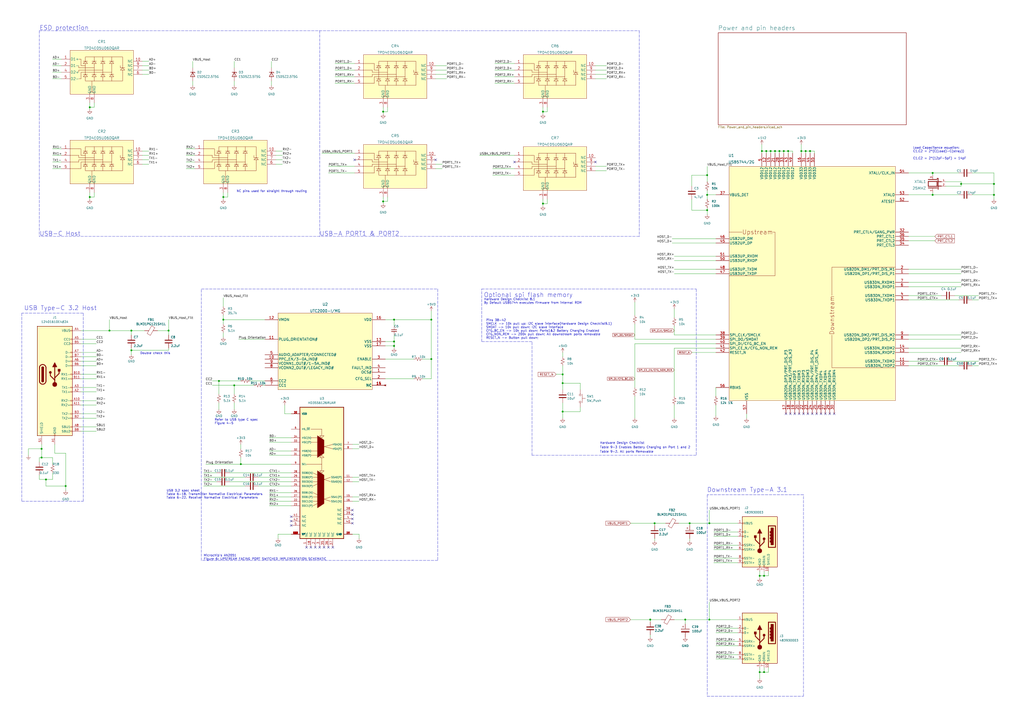
<source format=kicad_sch>
(kicad_sch (version 20211123) (generator eeschema)
  (paper "A2")
  (title_block (title "IAN'S USB HUB") (rev "1.0") (company "Exclusive Electronics"))
  (lib_symbols
    (symbol "Connector:USB3_A" (pin_names (offset 1.016))
      (property "Reference" "J" (at -10.16 15.24 0))
      (property "Value" "USB3_A" (at 10.16 15.24 0))
      (symbol "USB3_A_1_1"
        (pin power_in line (at 12.7 10.16 180) (length 2.54) (name "VBUS") (number "1"))
        (pin passive line (at -5.08 -17.78 90) (length 2.54) (name "SHIELD") (number "10"))
        (pin bidirectional line (at 12.7 5.08 180) (length 2.54) (name "D-") (number "2"))
        (pin bidirectional line (at 12.7 2.54 180) (length 2.54) (name "D+") (number "3"))
        (pin power_in line (at 0 -17.78 90) (length 2.54) (name "GND") (number "4"))
        (pin output line (at 12.7 -2.54 180) (length 2.54) (name "SSRX-") (number "5"))
        (pin output line (at 12.7 -5.08 180) (length 2.54) (name "SSRX+") (number "6"))
        (pin passive line (at -2.54 -17.78 90) (length 2.54) (name "DRAIN") (number "7"))
        (pin input line (at 12.7 -10.16 180) (length 2.54) (name "SSTX-") (number "8"))
        (pin input line (at 12.7 -12.7 180) (length 2.54) (name "SSTX+") (number "9"))
      )
    )
    (symbol "Connector:USB_C_Receptacle" (pin_names (offset 1.016))
      (property "Reference" "J" (at -10.16 29.21 0))
      (property "Value" "USB_C_Receptacle" (at 10.16 29.21 0))
      (symbol "USB_C_Receptacle_1_1"
        (pin passive line (at 0 -40.64 90) (length 5.08) (name "GND") (number "A1"))
        (pin bidirectional line (at 15.24 -15.24 180) (length 5.08) (name "RX2-") (number "A10"))
        (pin bidirectional line (at 15.24 -17.78 180) (length 5.08) (name "RX2+") (number "A11"))
        (pin passive line (at 0 -40.64 90) (length 5.08) hide (name "GND") (number "A12"))
        (pin bidirectional line (at 15.24 -10.16 180) (length 5.08) (name "TX1+") (number "A2"))
        (pin bidirectional line (at 15.24 -7.62 180) (length 5.08) (name "TX1-") (number "A3"))
        (pin passive line (at 15.24 25.4 180) (length 5.08) (name "VBUS") (number "A4"))
        (pin bidirectional line (at 15.24 20.32 180) (length 5.08) (name "CC1") (number "A5"))
        (pin bidirectional line (at 15.24 7.62 180) (length 5.08) (name "D+") (number "A6"))
        (pin bidirectional line (at 15.24 12.7 180) (length 5.08) (name "D-") (number "A7"))
        (pin bidirectional line (at 15.24 -30.48 180) (length 5.08) (name "SBU1") (number "A8"))
        (pin passive line (at 15.24 25.4 180) (length 5.08) hide (name "VBUS") (number "A9"))
        (pin passive line (at 0 -40.64 90) (length 5.08) hide (name "GND") (number "B1"))
        (pin bidirectional line (at 15.24 0 180) (length 5.08) (name "RX1-") (number "B10"))
        (pin bidirectional line (at 15.24 -2.54 180) (length 5.08) (name "RX1+") (number "B11"))
        (pin passive line (at 0 -40.64 90) (length 5.08) hide (name "GND") (number "B12"))
        (pin bidirectional line (at 15.24 -25.4 180) (length 5.08) (name "TX2+") (number "B2"))
        (pin bidirectional line (at 15.24 -22.86 180) (length 5.08) (name "TX2-") (number "B3"))
        (pin passive line (at 15.24 25.4 180) (length 5.08) hide (name "VBUS") (number "B4"))
        (pin bidirectional line (at 15.24 17.78 180) (length 5.08) (name "CC2") (number "B5"))
        (pin bidirectional line (at 15.24 5.08 180) (length 5.08) (name "D+") (number "B6"))
        (pin bidirectional line (at 15.24 10.16 180) (length 5.08) (name "D-") (number "B7"))
        (pin bidirectional line (at 15.24 -33.02 180) (length 5.08) (name "SBU2") (number "B8"))
        (pin passive line (at 15.24 25.4 180) (length 5.08) hide (name "VBUS") (number "B9"))
        (pin passive line (at -7.62 -40.64 90) (length 5.08) (name "SHIELD") (number "S1"))
      )
    )
    (symbol "Device:C" (pin_numbers hide) (pin_names (offset 0.254))
      (property "Reference" "C" (at 0.635 2.54 0))
      (property "Value" "C" (at 0.635 -2.54 0))
      (symbol "C_1_1"
        (pin passive line (at 0 3.81 270) (length 2.794) (name "~") (number "1"))
        (pin passive line (at 0 -3.81 90) (length 2.794) (name "~") (number "2"))
      )
    )
    (symbol "Device:C_Polarized" (pin_numbers hide) (pin_names (offset 0.254))
      (property "Reference" "C" (at 0.635 2.54 0))
      (property "Value" "C_Polarized" (at 0.635 -2.54 0))
      (symbol "C_Polarized_1_1"
        (pin passive line (at 0 3.81 270) (length 2.794) (name "~") (number "1"))
        (pin passive line (at 0 -3.81 90) (length 2.794) (name "~") (number "2"))
      )
    )
    (symbol "Device:C_Small" (pin_numbers hide) (pin_names (offset 0.254) hide)
      (property "Reference" "C" (at 0.254 1.778 0))
      (property "Value" "C_Small" (at 0.254 -2.032 0))
      (symbol "C_Small_1_1"
        (pin passive line (at 0 2.54 270) (length 2.032) (name "~") (number "1"))
        (pin passive line (at 0 -2.54 90) (length 2.032) (name "~") (number "2"))
      )
    )
    (symbol "Device:FerriteBead" (pin_numbers hide) (pin_names (offset 0))
      (property "Reference" "FB" (at -3.81 0.635 90))
      (property "Value" "FerriteBead" (at 3.81 0 90))
      (symbol "FerriteBead_1_1"
        (pin passive line (at 0 3.81 270) (length 2.54) (name "~") (number "1"))
        (pin passive line (at 0 -3.81 90) (length 2.54) (name "~") (number "2"))
      )
    )
    (symbol "Device:R_Small_US" (pin_numbers hide) (pin_names (offset 0.254) hide)
      (property "Reference" "R" (at 0.762 0.508 0))
      (property "Value" "R_Small_US" (at 0.762 -1.016 0))
      (symbol "R_Small_US_1_1"
        (pin passive line (at 0 2.54 270) (length 1.016) (name "~") (number "1"))
        (pin passive line (at 0 -2.54 90) (length 1.016) (name "~") (number "2"))
      )
    )
    (symbol "Diode:ESD5Zxx" (pin_numbers hide) (pin_names hide)
      (property "Reference" "D" (at 0 2.54 0))
      (property "Value" "ESD5Zxx" (at 0 -2.54 0))
      (symbol "ESD5Zxx_1_1"
        (pin passive line (at -3.81 0 0) (length 2.54) (name "K") (number "1"))
        (pin passive line (at 3.81 0 180) (length 2.54) (name "A") (number "2"))
      )
    )
    (symbol "ECS-250-12-33Q-JES-TR:ECS-250-12-33Q-JES-TR" (pin_names (offset 0.254))
      (property "Reference" "XTAL" (at 0 7.62 0))
      (property "Value" "ECS-250-12-33Q-JES-TR" (at 0 5.08 0))
      (symbol "ECS-250-12-33Q-JES-TR_0_0"
        (pin passive line (at -5.08 0 0) (length 2.54) (name "~") (number "1"))
        (pin power_in line (at -1.27 -7.62 90) (length 2.54) (name "~") (number "2"))
        (pin passive line (at 5.08 0 180) (length 2.54) (name "~") (number "3"))
        (pin power_in line (at 1.27 -7.62 90) (length 2.54) (name "~") (number "4"))
      )
    )
    (symbol "HD3SS6126RUAR:HD3SS6126RUAR" (pin_names (offset 1.016))
      (property "Reference" "U3" (at 0 43.18 0))
      (property "Value" "HD3SS6126RUAR" (at 0 40.64 0))
      (symbol "HD3SS6126RUAR_0_0"
        (pin power_in line (at 17.78 -35.56 180) (length 5.08) (name "GND") (number "10"))
        (pin bidirectional line (at 17.78 -2.54 180) (length 5.08) (name "SSA0(P)") (number "11"))
        (pin bidirectional line (at 17.78 -5.08 180) (length 5.08) (name "SSA0(N)") (number "12"))
        (pin power_in line (at -17.78 34.29 0) (length 5.08) (name "VDD") (number "13"))
        (pin power_in line (at 17.78 -35.56 180) (length 5.08) (name "GND") (number "14"))
        (pin bidirectional line (at 17.78 -13.97 180) (length 5.08) (name "SSA1(P)") (number "15"))
        (pin bidirectional line (at 17.78 -16.51 180) (length 5.08) (name "SSA1(N)") (number "16"))
        (pin power_in line (at 17.78 -35.56 180) (length 5.08) (name "GND") (number "17"))
        (pin power_in line (at 17.78 -35.56 180) (length 5.08) (name "GND") (number "19"))
        (pin power_in line (at -17.78 34.29 0) (length 5.08) (name "VDD") (number "20"))
        (pin power_in line (at 17.78 -35.56 180) (length 5.08) (name "GND") (number "21"))
        (pin bidirectional line (at -17.78 -16.51 0) (length 5.08) (name "SSC1(N)") (number "22"))
        (pin bidirectional line (at -17.78 -19.05 0) (length 5.08) (name "SSC1(P)") (number "23"))
        (pin bidirectional line (at -17.78 -5.08 0) (length 5.08) (name "SSC0(N)") (number "24"))
        (pin bidirectional line (at -17.78 -7.62 0) (length 5.08) (name "SSC0(P)") (number "25"))
        (pin bidirectional line (at -17.78 -11.43 0) (length 5.08) (name "SSB1(N)") (number "26"))
        (pin bidirectional line (at -17.78 -13.97 0) (length 5.08) (name "SSB1(P)") (number "27"))
        (pin bidirectional line (at -17.78 0 0) (length 5.08) (name "SSB0(N)") (number "28"))
        (pin bidirectional line (at -17.78 -2.54 0) (length 5.08) (name "SSB0(P)") (number "29"))
        (pin power_in line (at -17.78 34.29 0) (length 5.08) (name "VDD") (number "30"))
        (pin bidirectional line (at -17.78 10.16 0) (length 5.08) (name "HSB(P)") (number "31"))
        (pin bidirectional line (at -17.78 12.7 0) (length 5.08) (name "HSB(N)") (number "32"))
        (pin bidirectional line (at -17.78 17.78 0) (length 5.08) (name "HSC(P)") (number "33"))
        (pin bidirectional line (at -17.78 20.32 0) (length 5.08) (name "HSC(N)") (number "34"))
        (pin bidirectional line (at -17.78 -35.56 0) (length 5.08) (name "TP") (number "43"))
        (pin input line (at -17.78 25.4 0) (length 5.08) (name "HS_~{OE}") (number "6"))
        (pin bidirectional line (at 17.78 16.51 180) (length 5.08) (name "HSA(N)") (number "7"))
        (pin bidirectional line (at 17.78 13.97 180) (length 5.08) (name "HSA(P)") (number "8"))
        (pin input line (at -17.78 5.08 0) (length 5.08) (name "SEL") (number "9"))
        (pin bidirectional line (at -17.78 -35.56 0) (length 5.08) (name "TP") (number "E1"))
        (pin bidirectional line (at -17.78 -35.56 0) (length 5.08) (name "TP") (number "E10"))
        (pin bidirectional line (at -17.78 -35.56 0) (length 5.08) (name "TP") (number "E11"))
        (pin bidirectional line (at -17.78 -35.56 0) (length 5.08) (name "TP") (number "E12"))
        (pin bidirectional line (at -17.78 -35.56 0) (length 5.08) (name "TP") (number "E13"))
        (pin bidirectional line (at -17.78 -35.56 0) (length 5.08) (name "TP") (number "E14"))
        (pin bidirectional line (at -17.78 -35.56 0) (length 5.08) (name "TP") (number "E2"))
        (pin bidirectional line (at -17.78 -35.56 0) (length 5.08) (name "TP") (number "E3"))
        (pin bidirectional line (at -17.78 -35.56 0) (length 5.08) (name "TP") (number "E4"))
        (pin bidirectional line (at -17.78 -35.56 0) (length 5.08) (name "TP") (number "E5"))
        (pin bidirectional line (at -17.78 -35.56 0) (length 5.08) (name "TP") (number "E6"))
        (pin bidirectional line (at -17.78 -35.56 0) (length 5.08) (name "TP") (number "E7"))
        (pin bidirectional line (at -17.78 -35.56 0) (length 5.08) (name "TP") (number "E8"))
        (pin bidirectional line (at -17.78 -35.56 0) (length 5.08) (name "TP") (number "E9"))
      )
      (symbol "HD3SS6126RUAR_1_1"
        (pin unspecified line (at -8.89 -43.18 90) (length 5.08) (name "NC") (number "1"))
        (pin unspecified line (at -6.35 -43.18 90) (length 5.08) (name "NC") (number "18"))
        (pin unspecified line (at -3.81 -43.18 90) (length 5.08) (name "NC") (number "2"))
        (pin unspecified line (at -1.27 -43.18 90) (length 5.08) (name "NC") (number "3"))
        (pin unspecified line (at 1.27 -43.18 90) (length 5.08) (name "NC") (number "35"))
        (pin unspecified line (at 3.81 -43.18 90) (length 5.08) (name "NC") (number "36"))
        (pin unspecified line (at 6.35 -43.18 90) (length 5.08) (name "NC") (number "37"))
        (pin unspecified line (at 17.78 -21.59 180) (length 5.08) (name "NC") (number "38"))
        (pin unspecified line (at 17.78 -24.13 180) (length 5.08) (name "NC") (number "39"))
        (pin unspecified line (at 17.78 -26.67 180) (length 5.08) (name "NC") (number "4"))
        (pin unspecified line (at 17.78 -29.21 180) (length 5.08) (name "NC") (number "40"))
        (pin unspecified line (at -17.78 -25.4 0) (length 5.08) (name "NC") (number "41"))
        (pin unspecified line (at -17.78 -27.94 0) (length 5.08) (name "NC") (number "42"))
        (pin unspecified line (at -17.78 -30.48 0) (length 5.08) (name "NC") (number "5"))
      )
    )
    (symbol "Switch:SW_Push" (pin_numbers hide) (pin_names (offset 1.016) hide)
      (property "Reference" "SW" (at 1.27 2.54 0))
      (property "Value" "SW_Push" (at 0 -1.524 0))
      (symbol "SW_Push_0_1"
        (pin passive line (at -5.08 0 0) (length 2.54) (name "1") (number "1"))
        (pin passive line (at 5.08 0 180) (length 2.54) (name "2") (number "2"))
      )
    )
    (symbol "TPD4E05U06DQAR:TPD4E05U06DQAR" (pin_names (offset 0.254))
      (property "Reference" "U?" (at 5.08 16.51 0))
      (property "Value" "TPD4E05U06DQAR" (at 5.08 13.97 0))
      (symbol "TPD4E05U06DQAR_1_1"
        (pin bidirectional line (at -17.78 6.35 0) (length 5.08) (name "D1+") (number "1"))
        (pin unspecified line (at 29.21 5.08 180) (length 5.08) (name "NC") (number "10"))
        (pin bidirectional line (at -17.78 2.54 0) (length 5.08) (name "D1-") (number "2"))
        (pin power_in line (at -1.27 -19.05 90) (length 5.08) (name "GND") (number "3"))
        (pin bidirectional line (at -17.78 -1.27 0) (length 5.08) (name "D2+") (number "4"))
        (pin bidirectional line (at -17.78 -5.08 0) (length 5.08) (name "D2-") (number "5"))
        (pin unspecified line (at 29.21 -2.54 180) (length 5.08) (name "NC") (number "6"))
        (pin unspecified line (at 29.21 0 180) (length 5.08) (name "NC") (number "7"))
        (pin power_in line (at 1.27 -19.05 90) (length 5.08) (name "GND") (number "8"))
        (pin unspecified line (at 29.21 2.54 180) (length 5.08) (name "NC") (number "9"))
      )
    )
    (symbol "TPD4E05U06DQAR_1" (pin_names (offset 0.254))
      (property "Reference" "CR6" (at 5.715 16.51 0))
      (property "Value" "TPD4E05U06DQAR_1" (at 5.715 12.7 0))
      (symbol "TPD4E05U06DQAR_1_1_1"
        (pin bidirectional line (at -17.78 6.35 0) (length 5.08) (name "") (number "1"))
        (pin unspecified line (at 29.21 5.08 180) (length 5.08) (name "NC") (number "10"))
        (pin bidirectional line (at -17.78 2.54 0) (length 5.08) (name "") (number "2"))
        (pin power_in line (at -1.27 -19.05 90) (length 5.08) (name "GND") (number "3"))
        (pin bidirectional line (at -17.78 -1.27 0) (length 5.08) (name "") (number "4"))
        (pin bidirectional line (at -17.78 -5.08 0) (length 5.08) (name "") (number "5"))
        (pin unspecified line (at 29.21 -2.54 180) (length 5.08) (name "NC") (number "6"))
        (pin unspecified line (at 29.21 0 180) (length 5.08) (name "NC") (number "7"))
        (pin power_in line (at 1.27 -19.05 90) (length 5.08) (name "GND") (number "8"))
        (pin unspecified line (at 29.21 2.54 180) (length 5.08) (name "NC") (number "9"))
      )
    )
    (symbol "USB3.0 HUB:USB5744{brace}slash}2G" (pin_names (offset 0.254))
      (property "Reference" "U1" (at 7.2251 36.83 0))
      (property "Value" "USB5744/2G" (at 7.2251 33.02 0))
      (symbol "USB5744{brace}slash}2G_0_0"
        (text "Downstream" (at 67.31 -55.88 900) (effects (font (size 2.54 2.54))))
        (text "Upstream" (at 24.13 -7.62 0) (effects (font (size 2.54 2.54))))
      )
      (symbol "USB5744{brace}slash}2G_1_1"
        (pin bidirectional line (at 111.76 -31.75 180) (length 7.62) (name "USB2DN_DP1/PRT_DIS_P1") (number "1"))
        (pin bidirectional line (at 111.76 -85.09 180) (length 7.62) (name "USB3DN_TXDP2") (number "10"))
        (pin bidirectional line (at 111.76 -82.55 180) (length 7.62) (name "USB3DN_TXDM2") (number "11"))
        (pin power_in line (at 29.21 38.1 270) (length 7.62) (name "VDD12") (number "12"))
        (pin bidirectional line (at 111.76 -77.47 180) (length 7.62) (name "USB3DN_RXDP2") (number "13"))
        (pin bidirectional line (at 111.76 -74.93 180) (length 7.62) (name "USB3DN_RXDM2") (number "14"))
        (pin power_in line (at 31.75 38.1 270) (length 7.62) (name "VDD12") (number "15"))
        (pin power_in line (at 49.53 38.1 270) (length 7.62) (name "VDD33") (number "16"))
        (pin bidirectional line (at 40.64 -113.03 90) (length 7.62) (name "USB2DN_DP3/PRT_DIS_P3") (number "17"))
        (pin bidirectional line (at 43.18 -113.03 90) (length 7.62) (name "USB2DN_DM3/PRT_DIS_M3") (number "18"))
        (pin bidirectional line (at 45.72 -113.03 90) (length 7.62) (name "USB3DN_TXDP3") (number "19"))
        (pin bidirectional line (at 111.76 -29.21 180) (length 7.62) (name "USB2DN_DM1/PRT_DIS_M1") (number "2"))
        (pin bidirectional line (at 48.26 -113.03 90) (length 7.62) (name "USB3DN_TXDM3") (number "20"))
        (pin power_in line (at 34.29 38.1 270) (length 7.62) (name "VDD12") (number "21"))
        (pin bidirectional line (at 50.8 -113.03 90) (length 7.62) (name "USB3DN_RXDP3") (number "22"))
        (pin bidirectional line (at 53.34 -113.03 90) (length 7.62) (name "USB3DN_RXDM3") (number "23"))
        (pin bidirectional line (at 55.88 -113.03 90) (length 7.62) (name "USB2DN_DP4/PRT_DIS_P4") (number "24"))
        (pin bidirectional line (at 58.42 -113.03 90) (length 7.62) (name "USB2DN_DM4/PRT_DIS_M4") (number "25"))
        (pin bidirectional line (at 60.96 -113.03 90) (length 7.62) (name "USB3DN_TXDP4") (number "26"))
        (pin bidirectional line (at 63.5 -113.03 90) (length 7.62) (name "USB3DN_TXDM4") (number "27"))
        (pin power_in line (at 36.83 38.1 270) (length 7.62) (name "VDD12") (number "28"))
        (pin bidirectional line (at 66.04 -113.03 90) (length 7.62) (name "USB3DN_RXDP4") (number "29"))
        (pin bidirectional line (at 111.76 -46.99 180) (length 7.62) (name "USB3DN_TXDP1") (number "3"))
        (pin bidirectional line (at 68.58 -113.03 90) (length 7.62) (name "USB3DN_RXDM4") (number "30"))
        (pin power_in line (at 52.07 38.1 270) (length 7.62) (name "VDD33") (number "31"))
        (pin input line (at 111.76 -7.62 180) (length 7.62) (name "PRT_CTL4/GANG_PWR") (number "32"))
        (pin power_in line (at 39.37 38.1 270) (length 7.62) (name "VDD12") (number "33"))
        (pin input line (at 111.76 -15.24 180) (length 7.62) (name "PRT_CTL3") (number "34"))
        (pin input line (at 111.76 -12.7 180) (length 7.62) (name "PRT_CTL2") (number "35"))
        (pin input line (at 111.76 -10.16 180) (length 7.62) (name "PRT_CTL1") (number "36"))
        (pin input line (at 0 13.97 0) (length 7.62) (name "VBUS_DET") (number "37"))
        (pin bidirectional line (at 0 -67.31 0) (length 7.62) (name "SPI_CLK/SMCLK") (number "38"))
        (pin bidirectional line (at 0 -69.85 0) (length 7.62) (name "SPI_DO/SMDAT") (number "39"))
        (pin bidirectional line (at 111.76 -44.45 180) (length 7.62) (name "USB3DN_TXDM1") (number "4"))
        (pin bidirectional line (at 0 -72.39 0) (length 7.62) (name "SPI_DI/CFG_BC_EN") (number "40"))
        (pin bidirectional line (at 0 -74.93 0) (length 7.62) (name "SPI_CE_N/CFG_NON_REM") (number "41"))
        (pin input line (at 0 -77.47 0) (length 7.62) (name "RESET_N") (number "42"))
        (pin power_in line (at 41.91 38.1 270) (length 7.62) (name "VDD12") (number "43"))
        (pin power_in line (at 54.61 38.1 270) (length 7.62) (name "VDD33") (number "44"))
        (pin bidirectional line (at 0 -13.97 0) (length 7.62) (name "USB2UP_DP") (number "45"))
        (pin bidirectional line (at 0 -11.43 0) (length 7.62) (name "USB2UP_DM") (number "46"))
        (pin bidirectional line (at 0 -31.75 0) (length 7.62) (name "USB3UP_TXDP") (number "47"))
        (pin bidirectional line (at 0 -29.21 0) (length 7.62) (name "USB3UP_TXDM") (number "48"))
        (pin power_in line (at 44.45 38.1 270) (length 7.62) (name "VDD12") (number "49"))
        (pin power_in line (at 26.67 38.1 270) (length 7.62) (name "VDD12") (number "5"))
        (pin bidirectional line (at 0 -24.13 0) (length 7.62) (name "USB3UP_RXDP") (number "50"))
        (pin bidirectional line (at 0 -21.59 0) (length 7.62) (name "USB3UP_RXDM") (number "51"))
        (pin unspecified line (at 111.76 10.16 180) (length 7.62) (name "ATESET") (number "52"))
        (pin output line (at 111.76 13.97 180) (length 7.62) (name "XTALO") (number "53"))
        (pin input line (at 111.76 26.67 180) (length 7.62) (name "XTALI/CLK_IN") (number "54"))
        (pin power_in line (at 57.15 38.1 270) (length 7.62) (name "VDD33") (number "55"))
        (pin unspecified line (at 0 -97.79 0) (length 7.62) (name "RBIAS") (number "56"))
        (pin power_in line (at 17.78 -113.03 90) (length 7.62) (name "VSS") (number "57"))
        (pin bidirectional line (at 111.76 -39.37 180) (length 7.62) (name "USB3DN_RXDP1") (number "6"))
        (pin bidirectional line (at 111.76 -36.83 180) (length 7.62) (name "USB3DN_RXDM1") (number "7"))
        (pin bidirectional line (at 111.76 -69.85 180) (length 7.62) (name "USB2DN_DP2/PRT_DIS_P2") (number "8"))
        (pin bidirectional line (at 111.76 -67.31 180) (length 7.62) (name "USB2DN_DM2/PRT_DIS_M2") (number "9"))
      )
    )
    (symbol "UTC2000-I{slash}MG_1" (pin_names (offset 0.254))
      (property "Reference" "U?" (at -0.635 25.4 0))
      (property "Value" "UTC2000-I/MG" (at -0.635 21.59 0))
      (symbol "UTC2000-I{slash}MG_1_1_1"
        (pin input line (at 34.29 -13.97 180) (length 7.62) (name "OCS#") (number "1"))
        (pin output line (at -35.56 -6.35 0) (length 7.62) (name "PPC_EN/3-0A_IND#") (number "10"))
        (pin output line (at -35.56 5.08 0) (length 7.62) (name "PLUG_ORIENTATION#") (number "11"))
        (pin unspecified line (at -35.56 16.51 0) (length 7.62) (name "VMON") (number "12"))
        (pin power_in line (at 34.29 3.81 180) (length 7.62) (name "VSS") (number "13"))
        (pin no_connect line (at 34.29 -21.59 180) (length 7.62) (name "NC") (number "14"))
        (pin no_connect line (at 34.29 -21.59 180) (length 7.62) (name "NC") (number "15"))
        (pin power_in line (at 34.29 16.51 180) (length 7.62) (name "VDD") (number "16"))
        (pin power_in line (at 34.29 1.27 180) (length 7.62) (name "VSS") (number "17"))
        (pin unspecified line (at 34.29 -17.78 180) (length 7.62) (name "CFG_SEL") (number "2"))
        (pin input line (at 34.29 -6.35 180) (length 7.62) (name "ENABLE") (number "3"))
        (pin output line (at 34.29 -11.43 180) (length 7.62) (name "FAULT_IND") (number "4"))
        (pin output line (at -35.56 -3.81 0) (length 7.62) (name "AUDIO_ADAPTER/CONNECTED#") (number "5"))
        (pin unspecified line (at -35.56 -19.05 0) (length 7.62) (name "CC2") (number "6"))
        (pin unspecified line (at -35.56 -21.59 0) (length 7.62) (name "CC1") (number "7"))
        (pin output line (at -35.56 -11.43 0) (length 7.62) (name "VCONN2_OUT#/LEGACY_IND#") (number "8"))
        (pin output line (at -35.56 -8.89 0) (length 7.62) (name "VCONN1_OUT#/1-5A_IND#") (number "9"))
      )
    )
    (symbol "power:+1V2" (power) (pin_names (offset 0))
      (property "Value" "+1V2" (at 0 3.556 0))
      (symbol "+1V2_1_1"
        (pin power_in line (at 0 0 90) (length 0) hide (name "+1V2") (number "1"))
      )
    )
    (symbol "power:+3V3" (power) (pin_names (offset 0))
      (property "Value" "+3V3" (at 0 3.556 0))
      (symbol "+3V3_1_1"
        (pin power_in line (at 0 0 90) (length 0) hide (name "+3V3") (number "1"))
      )
    )
    (symbol "power:+5VD" (power) (pin_names (offset 0))
      (property "Value" "+5VD" (at 0 3.556 0))
      (symbol "+5VD_1_1"
        (pin power_in line (at 0 0 90) (length 0) hide (name "+5VD") (number "1"))
      )
    )
    (symbol "power:Earth" (power) (pin_names (offset 0))
      (symbol "Earth_1_1"
        (pin power_in line (at 0 0 270) (length 0) hide (name "Earth") (number "1"))
      )
    )
    (symbol "power:GND" (power) (pin_names (offset 0))
      (property "Value" "GND" (at 0 -3.81 0))
      (symbol "GND_1_1"
        (pin power_in line (at 0 0 270) (length 0) hide (name "GND") (number "1"))
      )
    )
  )
  (bus_alias "DB" (members "D+B" "D-B"))
  (junction (at 440.69 389.89))
  (junction (at 410.21 113.03))
  (junction (at 377.19 359.41))
  (junction (at 443.23 389.89))
  (junction (at 250.19 208.28))
  (junction (at 26.67 278.13))
  (junction (at 576.58 106.68))
  (junction (at 410.21 121.92))
  (junction (at 447.04 87.63))
  (junction (at 52.07 114.3))
  (junction (at 440.69 334.01))
  (junction (at 467.36 87.63))
  (junction (at 443.23 334.01))
  (junction (at 52.07 62.23))
  (junction (at 452.12 87.63))
  (junction (at 76.2 203.2))
  (junction (at 326.39 222.25))
  (junction (at 326.39 238.76))
  (junction (at 400.05 303.53))
  (junction (at 129.54 185.42))
  (junction (at 24.13 260.35))
  (junction (at 97.79 191.77))
  (junction (at 454.66 87.63))
  (junction (at 410.21 101.6))
  (junction (at 38.1 281.94))
  (junction (at 379.73 303.53))
  (junction (at 24.13 265.43))
  (junction (at 469.9 87.63))
  (junction (at 135.89 223.52))
  (junction (at 228.6 200.66))
  (junction (at 541.02 100.33))
  (junction (at 411.48 359.41))
  (junction (at 557.53 106.68))
  (junction (at 541.02 113.03))
  (junction (at 411.48 303.53))
  (junction (at 76.2 191.77))
  (junction (at 228.6 185.42))
  (junction (at 127 220.98))
  (junction (at 228.6 198.12))
  (junction (at 250.19 185.42))
  (junction (at 222.25 64.77))
  (junction (at 576.58 113.03))
  (junction (at 441.96 87.63))
  (junction (at 314.96 118.11))
  (junction (at 444.5 87.63))
  (junction (at 139.7 269.24))
  (junction (at 222.25 116.84))
  (junction (at 397.51 359.41))
  (junction (at 326.39 217.17))
  (junction (at 129.54 114.3))
  (junction (at 63.5 191.77))
  (junction (at 457.2 87.63))
  (junction (at 449.58 87.63))
  (junction (at 314.96 64.77))
  (junction (at 464.82 87.63))
  (no_connect (at 345.44 93.98))
  (no_connect (at 476.25 240.03))
  (no_connect (at 466.09 240.03))
  (no_connect (at 471.17 240.03))
  (no_connect (at 193.04 317.5))
  (no_connect (at 473.71 240.03))
  (no_connect (at 463.55 240.03))
  (no_connect (at 204.47 295.91))
  (no_connect (at 455.93 240.03))
  (no_connect (at 204.47 298.45))
  (no_connect (at 252.73 92.71))
  (no_connect (at 168.91 302.26))
  (no_connect (at 458.47 240.03))
  (no_connect (at 204.47 300.99))
  (no_connect (at 483.87 240.03))
  (no_connect (at 205.74 92.71))
  (no_connect (at 177.8 317.5))
  (no_connect (at 168.91 304.8))
  (no_connect (at 168.91 299.72))
  (no_connect (at 180.34 317.5))
  (no_connect (at 468.63 240.03))
  (no_connect (at 204.47 303.53))
  (no_connect (at 298.45 93.98))
  (no_connect (at 190.5 317.5))
  (no_connect (at 461.01 240.03))
  (no_connect (at 187.96 317.5))
  (no_connect (at 182.88 317.5))
  (no_connect (at 478.79 240.03))
  (no_connect (at 185.42 317.5))
  (no_connect (at 481.33 240.03))
  (wire (pts (xy 111.76 35.56) (xy 111.76 39.37)))
  (wire (pts (xy 52.07 59.69) (xy 52.07 62.23)))
  (polyline (pts (xy 22.86 17.78) (xy 22.86 137.16)))
  (wire (pts (xy 527.05 163.83) (xy 557.53 163.83)))
  (wire (pts (xy 467.36 88.9) (xy 467.36 87.63)))
  (wire (pts (xy 46.99 234.95) (xy 55.88 234.95)))
  (wire (pts (xy 250.19 208.28) (xy 250.19 185.42)))
  (wire (pts (xy 563.88 212.09) (xy 567.69 212.09)))
  (wire (pts (xy 433.07 240.03) (xy 433.07 242.57)))
  (wire (pts (xy 401.32 121.92) (xy 410.21 121.92)))
  (wire (pts (xy 24.13 260.35) (xy 24.13 265.43)))
  (wire (pts (xy 345.44 38.1) (xy 351.79 38.1)))
  (wire (pts (xy 52.07 114.3) (xy 52.07 115.57)))
  (wire (pts (xy 54.61 111.76) (xy 54.61 114.3)))
  (wire (pts (xy 139.7 265.43) (xy 139.7 269.24)))
  (wire (pts (xy 127 233.68) (xy 127 237.49)))
  (wire (pts (xy 250.19 180.34) (xy 250.19 185.42)))
  (wire (pts (xy 415.29 382.27) (xy 427.99 382.27)))
  (wire (pts (xy 541.02 111.76) (xy 541.02 113.03)))
  (wire (pts (xy 82.55 87.63) (xy 86.36 87.63)))
  (wire (pts (xy 156.21 256.54) (xy 168.91 256.54)))
  (wire (pts (xy 411.48 303.53) (xy 427.99 303.53)))
  (wire (pts (xy 82.55 90.17) (xy 86.36 90.17)))
  (wire (pts (xy 469.9 88.9) (xy 469.9 87.63)))
  (wire (pts (xy 443.23 331.47) (xy 443.23 334.01)))
  (wire (pts (xy 415.29 372.11) (xy 427.99 372.11)))
  (wire (pts (xy 326.39 212.09) (xy 326.39 217.17)))
  (wire (pts (xy 459.74 87.63) (xy 457.2 87.63)))
  (wire (pts (xy 76.2 203.2) (xy 76.2 201.93)))
  (wire (pts (xy 527.05 204.47) (xy 557.53 204.47)))
  (wire (pts (xy 576.58 100.33) (xy 576.58 106.68)))
  (wire (pts (xy 30.48 86.36) (xy 35.56 86.36)))
  (wire (pts (xy 156.21 254) (xy 168.91 254)))
  (wire (pts (xy 26.67 281.94) (xy 26.67 278.13)))
  (wire (pts (xy 452.12 87.63) (xy 452.12 88.9)))
  (polyline (pts (xy 22.86 17.78) (xy 370.84 17.78)))
  (wire (pts (xy 156.21 261.62) (xy 168.91 261.62)))
  (wire (pts (xy 223.52 219.71) (xy 240.03 219.71)))
  (wire (pts (xy 414.02 323.85) (xy 427.99 323.85)))
  (wire (pts (xy 440.69 334.01) (xy 443.23 334.01)))
  (wire (pts (xy 156.21 293.37) (xy 168.91 293.37)))
  (wire (pts (xy 30.48 41.91) (xy 35.56 41.91)))
  (wire (pts (xy 224.79 116.84) (xy 222.25 116.84)))
  (wire (pts (xy 16.51 260.35) (xy 24.13 260.35)))
  (wire (pts (xy 204.47 257.81) (xy 208.28 257.81)))
  (wire (pts (xy 223.52 200.66) (xy 228.6 200.66)))
  (wire (pts (xy 400.05 303.53) (xy 411.48 303.53)))
  (wire (pts (xy 46.99 212.09) (xy 55.88 212.09)))
  (wire (pts (xy 326.39 217.17) (xy 326.39 222.25)))
  (wire (pts (xy 46.99 219.71) (xy 55.88 219.71)))
  (wire (pts (xy 54.61 59.69) (xy 54.61 62.23)))
  (wire (pts (xy 118.11 279.4) (xy 125.73 279.4)))
  (wire (pts (xy 194.31 48.26) (xy 205.74 48.26)))
  (wire (pts (xy 576.58 113.03) (xy 563.88 113.03)))
  (wire (pts (xy 391.16 148.59) (xy 415.29 148.59)))
  (wire (pts (xy 156.21 285.75) (xy 168.91 285.75)))
  (polyline (pts (xy 12.7 290.83) (xy 48.26 290.83)))
  (wire (pts (xy 414.02 308.61) (xy 427.99 308.61)))
  (wire (pts (xy 127 220.98) (xy 139.7 220.98)))
  (wire (pts (xy 401.32 107.95) (xy 401.32 101.6)))
  (wire (pts (xy 224.79 114.3) (xy 224.79 116.84)))
  (wire (pts (xy 440.69 331.47) (xy 440.69 334.01)))
  (wire (pts (xy 38.1 281.94) (xy 38.1 284.48)))
  (wire (pts (xy 368.3 229.87) (xy 368.3 242.57)))
  (wire (pts (xy 76.2 203.2) (xy 76.2 205.74)))
  (wire (pts (xy 82.55 38.1) (xy 86.36 38.1)))
  (wire (pts (xy 46.99 240.03) (xy 55.88 240.03)))
  (wire (pts (xy 38.1 262.89) (xy 31.75 262.89)))
  (wire (pts (xy 322.58 217.17) (xy 326.39 217.17)))
  (wire (pts (xy 160.02 87.63) (xy 163.83 87.63)))
  (wire (pts (xy 82.55 95.25) (xy 86.36 95.25)))
  (wire (pts (xy 411.48 349.25) (xy 411.48 359.41)))
  (wire (pts (xy 314.96 64.77) (xy 314.96 66.04)))
  (wire (pts (xy 204.47 288.29) (xy 208.28 288.29)))
  (wire (pts (xy 129.54 182.88) (xy 129.54 185.42)))
  (wire (pts (xy 149.86 276.86) (xy 168.91 276.86)))
  (wire (pts (xy 454.66 87.63) (xy 452.12 87.63)))
  (wire (pts (xy 457.2 87.63) (xy 454.66 87.63)))
  (wire (pts (xy 365.76 303.53) (xy 379.73 303.53)))
  (wire (pts (xy 107.95 90.17) (xy 113.03 90.17)))
  (wire (pts (xy 46.99 232.41) (xy 55.88 232.41)))
  (wire (pts (xy 107.95 86.36) (xy 113.03 86.36)))
  (wire (pts (xy 326.39 233.68) (xy 326.39 238.76)))
  (wire (pts (xy 391.16 229.87) (xy 391.16 201.93)))
  (wire (pts (xy 107.95 93.98) (xy 113.03 93.98)))
  (wire (pts (xy 541.02 100.33) (xy 556.26 100.33)))
  (polyline (pts (xy 279.4 167.64) (xy 403.86 167.64)))
  (wire (pts (xy 129.54 172.72) (xy 129.54 177.8)))
  (wire (pts (xy 30.48 45.72) (xy 35.56 45.72)))
  (wire (pts (xy 97.79 191.77) (xy 97.79 185.42)))
  (wire (pts (xy 149.86 281.94) (xy 168.91 281.94)))
  (polyline (pts (xy 254 167.64) (xy 254 325.12)))
  (wire (pts (xy 46.99 207.01) (xy 55.88 207.01)))
  (wire (pts (xy 157.48 35.56) (xy 157.48 39.37)))
  (polyline (pts (xy 12.7 181.61) (xy 12.7 290.83)))
  (wire (pts (xy 54.61 62.23) (xy 52.07 62.23)))
  (wire (pts (xy 389.89 138.43) (xy 415.29 138.43)))
  (wire (pts (xy 391.16 189.23) (xy 391.16 194.31)))
  (wire (pts (xy 138.43 196.85) (xy 153.67 196.85)))
  (wire (pts (xy 118.11 274.32) (xy 125.73 274.32)))
  (wire (pts (xy 464.82 87.63) (xy 464.82 88.9)))
  (wire (pts (xy 208.28 312.42) (xy 208.28 309.88)))
  (wire (pts (xy 415.29 194.31) (xy 391.16 194.31)))
  (wire (pts (xy 22.86 265.43) (xy 24.13 265.43)))
  (wire (pts (xy 317.5 62.23) (xy 317.5 64.77)))
  (wire (pts (xy 548.64 105.41) (xy 557.53 105.41)))
  (wire (pts (xy 129.54 114.3) (xy 129.54 115.57)))
  (wire (pts (xy 156.21 288.29) (xy 168.91 288.29)))
  (wire (pts (xy 401.32 101.6) (xy 410.21 101.6)))
  (wire (pts (xy 156.21 264.16) (xy 168.91 264.16)))
  (wire (pts (xy 410.21 121.92) (xy 410.21 124.46)))
  (wire (pts (xy 576.58 113.03) (xy 576.58 115.57)))
  (wire (pts (xy 204.47 260.35) (xy 208.28 260.35)))
  (wire (pts (xy 144.78 220.98) (xy 153.67 220.98)))
  (wire (pts (xy 186.69 88.9) (xy 205.74 88.9)))
  (wire (pts (xy 252.73 40.64) (xy 259.08 40.64)))
  (wire (pts (xy 445.77 387.35) (xy 445.77 389.89)))
  (wire (pts (xy 397.51 359.41) (xy 411.48 359.41)))
  (polyline (pts (xy 308.61 198.12) (xy 279.4 198.12)))
  (wire (pts (xy 414.02 311.15) (xy 427.99 311.15)))
  (wire (pts (xy 576.58 100.33) (xy 563.88 100.33)))
  (wire (pts (xy 391.16 151.13) (xy 415.29 151.13)))
  (wire (pts (xy 527.05 113.03) (xy 541.02 113.03)))
  (wire (pts (xy 557.53 107.95) (xy 557.53 106.68)))
  (wire (pts (xy 190.5 100.33) (xy 205.74 100.33)))
  (wire (pts (xy 46.99 196.85) (xy 55.88 196.85)))
  (wire (pts (xy 252.73 43.18) (xy 259.08 43.18)))
  (wire (pts (xy 441.96 83.82) (xy 441.96 87.63)))
  (wire (pts (xy 326.39 222.25) (xy 326.39 226.06)))
  (wire (pts (xy 541.02 113.03) (xy 556.26 113.03)))
  (wire (pts (xy 252.73 97.79) (xy 256.54 97.79)))
  (wire (pts (xy 224.79 64.77) (xy 222.25 64.77)))
  (wire (pts (xy 410.21 120.65) (xy 410.21 121.92)))
  (wire (pts (xy 135.89 223.52) (xy 135.89 228.6)))
  (wire (pts (xy 336.55 222.25) (xy 326.39 222.25)))
  (wire (pts (xy 160.02 95.25) (xy 163.83 95.25)))
  (wire (pts (xy 129.54 111.76) (xy 129.54 114.3)))
  (wire (pts (xy 472.44 87.63) (xy 469.9 87.63)))
  (wire (pts (xy 135.89 233.68) (xy 135.89 237.49)))
  (wire (pts (xy 326.39 238.76) (xy 326.39 242.57)))
  (wire (pts (xy 415.29 234.95) (xy 415.29 241.3)))
  (wire (pts (xy 133.35 274.32) (xy 168.91 274.32)))
  (wire (pts (xy 467.36 87.63) (xy 464.82 87.63)))
  (wire (pts (xy 250.19 219.71) (xy 245.11 219.71)))
  (wire (pts (xy 63.5 191.77) (xy 76.2 191.77)))
  (wire (pts (xy 410.21 113.03) (xy 415.29 113.03)))
  (wire (pts (xy 228.6 185.42) (xy 223.52 185.42)))
  (wire (pts (xy 287.02 44.45) (xy 298.45 44.45)))
  (wire (pts (xy 223.52 198.12) (xy 228.6 198.12)))
  (wire (pts (xy 160.02 92.71) (xy 163.83 92.71)))
  (wire (pts (xy 223.52 208.28) (xy 240.03 208.28)))
  (wire (pts (xy 472.44 88.9) (xy 472.44 87.63)))
  (wire (pts (xy 368.3 196.85) (xy 415.29 196.85)))
  (wire (pts (xy 552.45 209.55) (xy 567.69 209.55)))
  (wire (pts (xy 252.73 38.1) (xy 259.08 38.1)))
  (wire (pts (xy 222.25 114.3) (xy 222.25 116.84)))
  (wire (pts (xy 414.02 326.39) (xy 427.99 326.39)))
  (wire (pts (xy 76.2 191.77) (xy 83.82 191.77)))
  (wire (pts (xy 459.74 88.9) (xy 459.74 87.63)))
  (wire (pts (xy 287.02 36.83) (xy 298.45 36.83)))
  (wire (pts (xy 365.76 359.41) (xy 377.19 359.41)))
  (wire (pts (xy 208.28 309.88) (xy 204.47 309.88)))
  (wire (pts (xy 157.48 46.99) (xy 157.48 49.53)))
  (wire (pts (xy 46.99 224.79) (xy 55.88 224.79)))
  (wire (pts (xy 527.05 209.55) (xy 544.83 209.55)))
  (wire (pts (xy 345.44 45.72) (xy 351.79 45.72)))
  (wire (pts (xy 548.64 107.95) (xy 557.53 107.95)))
  (wire (pts (xy 24.13 265.43) (xy 30.48 265.43)))
  (wire (pts (xy 527.05 171.45) (xy 546.1 171.45)))
  (wire (pts (xy 457.2 87.63) (xy 457.2 88.9)))
  (wire (pts (xy 46.99 250.19) (xy 55.88 250.19)))
  (wire (pts (xy 345.44 96.52) (xy 351.79 96.52)))
  (wire (pts (xy 204.47 290.83) (xy 208.28 290.83)))
  (polyline (pts (xy 403.86 264.16) (xy 308.61 264.16)))
  (wire (pts (xy 400.05 303.53) (xy 400.05 304.8)))
  (wire (pts (xy 440.69 387.35) (xy 440.69 389.89)))
  (wire (pts (xy 285.75 97.79) (xy 298.45 97.79)))
  (wire (pts (xy 410.21 113.03) (xy 410.21 115.57)))
  (wire (pts (xy 377.19 368.3) (xy 377.19 369.57)))
  (wire (pts (xy 345.44 40.64) (xy 351.79 40.64)))
  (wire (pts (xy 132.08 111.76) (xy 132.08 114.3)))
  (polyline (pts (xy 466.09 403.86) (xy 466.09 287.02)))
  (wire (pts (xy 129.54 185.42) (xy 129.54 187.96)))
  (wire (pts (xy 30.48 93.98) (xy 35.56 93.98)))
  (wire (pts (xy 449.58 87.63) (xy 447.04 87.63)))
  (wire (pts (xy 391.16 156.21) (xy 415.29 156.21)))
  (wire (pts (xy 285.75 101.6) (xy 298.45 101.6)))
  (wire (pts (xy 401.32 204.47) (xy 415.29 204.47)))
  (wire (pts (xy 452.12 87.63) (xy 449.58 87.63)))
  (wire (pts (xy 250.19 208.28) (xy 250.19 219.71)))
  (wire (pts (xy 165.1 240.03) (xy 168.91 240.03)))
  (wire (pts (xy 391.16 158.75) (xy 415.29 158.75)))
  (wire (pts (xy 441.96 87.63) (xy 444.5 87.63)))
  (wire (pts (xy 135.89 46.99) (xy 135.89 49.53)))
  (wire (pts (xy 527.05 194.31) (xy 557.53 194.31)))
  (wire (pts (xy 24.13 257.81) (xy 24.13 260.35)))
  (wire (pts (xy 345.44 99.06) (xy 351.79 99.06)))
  (wire (pts (xy 317.5 115.57) (xy 317.5 118.11)))
  (wire (pts (xy 440.69 334.01) (xy 440.69 335.28)))
  (wire (pts (xy 391.16 179.07) (xy 391.16 184.15)))
  (wire (pts (xy 557.53 105.41) (xy 557.53 106.68)))
  (polyline (pts (xy 279.4 198.12) (xy 279.4 167.64)))
  (wire (pts (xy 111.76 46.99) (xy 111.76 49.53)))
  (wire (pts (xy 82.55 40.64) (xy 86.36 40.64)))
  (wire (pts (xy 410.21 101.6) (xy 410.21 105.41)))
  (wire (pts (xy 224.79 62.23) (xy 224.79 64.77)))
  (wire (pts (xy 469.9 87.63) (xy 467.36 87.63)))
  (wire (pts (xy 377.19 359.41) (xy 383.54 359.41)))
  (wire (pts (xy 46.99 204.47) (xy 55.88 204.47)))
  (polyline (pts (xy 410.21 287.02) (xy 410.21 403.86)))
  (wire (pts (xy 415.29 364.49) (xy 427.99 364.49)))
  (wire (pts (xy 30.48 90.17) (xy 35.56 90.17)))
  (wire (pts (xy 30.48 265.43) (xy 30.48 269.24)))
  (polyline (pts (xy 48.26 290.83) (xy 48.26 181.61)))
  (wire (pts (xy 377.19 359.41) (xy 377.19 360.68)))
  (wire (pts (xy 563.88 173.99) (xy 567.69 173.99)))
  (wire (pts (xy 252.73 45.72) (xy 259.08 45.72)))
  (polyline (pts (xy 116.84 325.12) (xy 116.84 167.64)))
  (wire (pts (xy 527.05 173.99) (xy 556.26 173.99)))
  (wire (pts (xy 30.48 38.1) (xy 35.56 38.1)))
  (wire (pts (xy 165.1 234.95) (xy 165.1 240.03)))
  (polyline (pts (xy 185.42 17.78) (xy 185.42 137.16)))
  (wire (pts (xy 123.19 223.52) (xy 135.89 223.52)))
  (wire (pts (xy 414.02 318.77) (xy 427.99 318.77)))
  (wire (pts (xy 38.1 281.94) (xy 26.67 281.94)))
  (wire (pts (xy 129.54 185.42) (xy 153.67 185.42)))
  (wire (pts (xy 46.99 199.39) (xy 55.88 199.39)))
  (wire (pts (xy 97.79 191.77) (xy 91.44 191.77)))
  (wire (pts (xy 345.44 43.18) (xy 351.79 43.18)))
  (wire (pts (xy 368.3 199.39) (xy 415.29 199.39)))
  (wire (pts (xy 46.99 191.77) (xy 63.5 191.77)))
  (wire (pts (xy 129.54 193.04) (xy 129.54 195.58)))
  (polyline (pts (xy 403.86 167.64) (xy 403.86 255.27)))
  (wire (pts (xy 82.55 43.18) (xy 86.36 43.18)))
  (wire (pts (xy 317.5 64.77) (xy 314.96 64.77)))
  (wire (pts (xy 250.19 185.42) (xy 228.6 185.42)))
  (wire (pts (xy 391.16 359.41) (xy 397.51 359.41)))
  (wire (pts (xy 444.5 87.63) (xy 447.04 87.63)))
  (wire (pts (xy 411.48 359.41) (xy 427.99 359.41)))
  (wire (pts (xy 22.86 267.97) (xy 22.86 265.43)))
  (wire (pts (xy 119.38 269.24) (xy 139.7 269.24)))
  (wire (pts (xy 204.47 276.86) (xy 208.28 276.86)))
  (wire (pts (xy 397.51 359.41) (xy 397.51 361.95)))
  (wire (pts (xy 97.79 194.31) (xy 97.79 191.77)))
  (wire (pts (xy 82.55 92.71) (xy 86.36 92.71)))
  (wire (pts (xy 132.08 114.3) (xy 129.54 114.3)))
  (wire (pts (xy 30.48 34.29) (xy 35.56 34.29)))
  (wire (pts (xy 160.02 90.17) (xy 163.83 90.17)))
  (wire (pts (xy 63.5 185.42) (xy 63.5 191.77)))
  (wire (pts (xy 194.31 40.64) (xy 205.74 40.64)))
  (wire (pts (xy 317.5 118.11) (xy 314.96 118.11)))
  (wire (pts (xy 391.16 201.93) (xy 415.29 201.93)))
  (wire (pts (xy 576.58 106.68) (xy 576.58 113.03)))
  (wire (pts (xy 527.05 212.09) (xy 556.26 212.09)))
  (wire (pts (xy 314.96 118.11) (xy 314.96 119.38)))
  (wire (pts (xy 161.29 309.88) (xy 161.29 312.42)))
  (wire (pts (xy 156.21 290.83) (xy 168.91 290.83)))
  (wire (pts (xy 38.1 262.89) (xy 38.1 281.94)))
  (wire (pts (xy 314.96 62.23) (xy 314.96 64.77)))
  (wire (pts (xy 527.05 137.16) (xy 542.29 137.16)))
  (wire (pts (xy 46.99 217.17) (xy 55.88 217.17)))
  (wire (pts (xy 415.29 374.65) (xy 427.99 374.65)))
  (wire (pts (xy 46.99 209.55) (xy 55.88 209.55)))
  (wire (pts (xy 527.05 196.85) (xy 557.53 196.85)))
  (wire (pts (xy 76.2 203.2) (xy 97.79 203.2)))
  (wire (pts (xy 118.11 276.86) (xy 142.24 276.86)))
  (wire (pts (xy 82.55 35.56) (xy 86.36 35.56)))
  (wire (pts (xy 245.11 208.28) (xy 250.19 208.28)))
  (wire (pts (xy 368.3 175.26) (xy 368.3 182.88)))
  (wire (pts (xy 445.77 389.89) (xy 443.23 389.89)))
  (wire (pts (xy 389.89 140.97) (xy 415.29 140.97)))
  (wire (pts (xy 557.53 106.68) (xy 576.58 106.68)))
  (wire (pts (xy 553.72 171.45) (xy 567.69 171.45)))
  (wire (pts (xy 415.29 379.73) (xy 427.99 379.73)))
  (wire (pts (xy 447.04 88.9) (xy 447.04 87.63)))
  (wire (pts (xy 414.02 316.23) (xy 427.99 316.23)))
  (wire (pts (xy 336.55 226.06) (xy 336.55 222.25)))
  (wire (pts (xy 379.73 312.42) (xy 379.73 313.69)))
  (wire (pts (xy 444.5 88.9) (xy 444.5 87.63)))
  (wire (pts (xy 415.29 367.03) (xy 427.99 367.03)))
  (polyline (pts (xy 403.86 255.27) (xy 403.86 264.16)))
  (wire (pts (xy 52.07 111.76) (xy 52.07 114.3)))
  (polyline (pts (xy 410.21 403.86) (xy 466.09 403.86)))
  (wire (pts (xy 527.05 139.7) (xy 542.29 139.7)))
  (polyline (pts (xy 254 325.12) (xy 116.84 325.12)))
  (wire (pts (xy 222.25 62.23) (xy 222.25 64.77)))
  (wire (pts (xy 368.3 187.96) (xy 368.3 196.85)))
  (wire (pts (xy 443.23 387.35) (xy 443.23 389.89)))
  (wire (pts (xy 46.99 242.57) (xy 55.88 242.57)))
  (wire (pts (xy 139.7 269.24) (xy 168.91 269.24)))
  (wire (pts (xy 541.02 101.6) (xy 541.02 100.33)))
  (wire (pts (xy 54.61 114.3) (xy 52.07 114.3)))
  (wire (pts (xy 133.35 279.4) (xy 168.91 279.4)))
  (wire (pts (xy 527.05 156.21) (xy 557.53 156.21)))
  (wire (pts (xy 135.89 35.56) (xy 135.89 39.37)))
  (wire (pts (xy 135.89 223.52) (xy 147.32 223.52)))
  (wire (pts (xy 410.21 96.52) (xy 410.21 101.6)))
  (wire (pts (xy 278.13 90.17) (xy 298.45 90.17)))
  (wire (pts (xy 222.25 116.84) (xy 222.25 118.11)))
  (polyline (pts (xy 370.84 17.78) (xy 370.84 137.16)))
  (wire (pts (xy 52.07 62.23) (xy 52.07 63.5)))
  (wire (pts (xy 410.21 110.49) (xy 410.21 113.03)))
  (wire (pts (xy 118.11 281.94) (xy 142.24 281.94)))
  (wire (pts (xy 336.55 236.22) (xy 336.55 238.76)))
  (wire (pts (xy 415.29 224.79) (xy 415.29 229.87)))
  (wire (pts (xy 411.48 295.91) (xy 411.48 303.53)))
  (wire (pts (xy 228.6 194.31) (xy 228.6 198.12)))
  (wire (pts (xy 204.47 279.4) (xy 208.28 279.4)))
  (wire (pts (xy 22.86 278.13) (xy 26.67 278.13)))
  (wire (pts (xy 441.96 87.63) (xy 441.96 88.9)))
  (wire (pts (xy 152.4 223.52) (xy 153.67 223.52)))
  (wire (pts (xy 527.05 166.37) (xy 557.53 166.37)))
  (wire (pts (xy 326.39 204.47) (xy 326.39 207.01)))
  (wire (pts (xy 400.05 312.42) (xy 400.05 313.69)))
  (wire (pts (xy 445.77 334.01) (xy 443.23 334.01)))
  (wire (pts (xy 228.6 185.42) (xy 228.6 189.23)))
  (wire (pts (xy 194.31 44.45) (xy 205.74 44.45)))
  (polyline (pts (xy 370.84 137.16) (xy 22.86 137.16)))
  (wire (pts (xy 445.77 331.47) (xy 445.77 334.01)))
  (wire (pts (xy 22.86 275.59) (xy 22.86 278.13)))
  (wire (pts (xy 449.58 87.63) (xy 449.58 88.9)))
  (wire (pts (xy 46.99 247.65) (xy 55.88 247.65)))
  (wire (pts (xy 127 220.98) (xy 127 228.6)))
  (wire (pts (xy 26.67 278.13) (xy 30.48 278.13)))
  (wire (pts (xy 454.66 87.63) (xy 454.66 88.9)))
  (wire (pts (xy 16.51 264.16) (xy 16.51 260.35)))
  (wire (pts (xy 527.05 158.75) (xy 557.53 158.75)))
  (wire (pts (xy 30.48 274.32) (xy 30.48 278.13)))
  (wire (pts (xy 76.2 191.77) (xy 76.2 194.31)))
  (wire (pts (xy 222.25 64.77) (xy 222.25 66.04)))
  (wire (pts (xy 379.73 303.53) (xy 379.73 304.8)))
  (wire (pts (xy 190.5 96.52) (xy 205.74 96.52)))
  (wire (pts (xy 30.48 97.79) (xy 35.56 97.79)))
  (wire (pts (xy 287.02 40.64) (xy 298.45 40.64)))
  (polyline (pts (xy 466.09 287.02) (xy 410.21 287.02)))
  (wire (pts (xy 336.55 238.76) (xy 326.39 238.76)))
  (wire (pts (xy 168.91 309.88) (xy 161.29 309.88)))
  (wire (pts (xy 107.95 97.79) (xy 113.03 97.79)))
  (polyline (pts (xy 116.84 167.64) (xy 254 167.64)))
  (wire (pts (xy 527.05 201.93) (xy 557.53 201.93)))
  (wire (pts (xy 228.6 200.66) (xy 228.6 198.12)))
  (wire (pts (xy 31.75 262.89) (xy 31.75 257.81)))
  (polyline (pts (xy 308.61 264.16) (xy 308.61 198.12)))
  (wire (pts (xy 314.96 115.57) (xy 314.96 118.11)))
  (wire (pts (xy 46.99 227.33) (xy 55.88 227.33)))
  (wire (pts (xy 379.73 303.53) (xy 386.08 303.53)))
  (wire (pts (xy 97.79 201.93) (xy 97.79 203.2)))
  (wire (pts (xy 527.05 100.33) (xy 541.02 100.33)))
  (wire (pts (xy 252.73 95.25) (xy 256.54 95.25)))
  (wire (pts (xy 139.7 257.81) (xy 139.7 260.35)))
  (wire (pts (xy 228.6 200.66) (xy 228.6 201.93)))
  (wire (pts (xy 287.02 48.26) (xy 298.45 48.26)))
  (wire (pts (xy 391.16 234.95) (xy 391.16 242.57)))
  (wire (pts (xy 443.23 389.89) (xy 440.69 389.89)))
  (wire (pts (xy 440.69 389.89) (xy 440.69 393.7)))
  (wire (pts (xy 464.82 83.82) (xy 464.82 87.63)))
  (wire (pts (xy 401.32 115.57) (xy 401.32 121.92)))
  (polyline (pts (xy 48.26 181.61) (xy 12.7 181.61)))
  (wire (pts (xy 393.7 303.53) (xy 400.05 303.53)))
  (wire (pts (xy 194.31 36.83) (xy 205.74 36.83)))
  (wire (pts (xy 368.3 224.79) (xy 368.3 199.39)))
  (wire (pts (xy 123.19 220.98) (xy 127 220.98)))
  (text "ESD protection" (at 22.86 17.78 0) (effects (font (size 2.54 2.54)) (justify left bottom)))
  (text "Load Capacitance equation:\nC1,C2 = 2*(C(Load)-C(stray))\n\nC1,C2 = 2*(12pF-5pF) = 14pF" (at 529.59 92.71 0) (effects (font (size 1.27 1.27)) (justify left bottom)))
  (text "USB 3.2 spec sheet\nTable 6-18. Transmitter Normative Electrical Parameters\nTable 6-22. Receiver Normative Electrical Parameters" (at 96.52 289.56 0) (effects (font (size 1.27 1.27)) (justify left bottom)))
  (text "Downstream Type-A 3.1" (at 410.21 285.75 0) (effects (font (size 2.54 2.54)) (justify left bottom)))
  (text "Refer to USB type C spec\nFigure 4-5" (at 124.46 246.38 0) (effects (font (size 1.27 1.27)) (justify left bottom)))
  (text "Pins 38-42\nSMCLK -> 10k pull up; I2C slave interface(Hardware Design Checklist9.1)\nSMDAT -> 10k pull down; I2C slave interface\nCFG_BC_EN -> 10k pull down; Ports1&2 Battery Charging Enabled\nCFG_NON_REM -> 200k pull down; All downstream ports removable\nRESET_N -> Button pull down;\n" (at 281.94 196.85 0) (effects (font (size 1.27 1.27)) (justify left bottom)))
  (text "Optional spi flash memory" (at 280.67 172.72 0) (effects (font (size 2.54 2.54)) (justify left bottom)))
  (text "USB-C Host" (at 22.86 137.16 0) (effects (font (size 2.54 2.54)) (justify left bottom)))
  (text "USB Type-C 3.2 Host" (at 13.97 180.34 0) (effects (font (size 2.54 2.54)) (justify left bottom)))
  (text "Table 9-3 Enables Battery Charging on Port 1 and 2" (at 347.98 260.35 0) (effects (font (size 1.27 1.27)) (justify left bottom)))
  (text "NC pins used for straight through routing" (at 137.16 111.76 0) (effects (font (size 1.27 1.27)) (justify left bottom)))
  (text "Table 9-2. All ports Removable" (at 347.98 262.89 0) (effects (font (size 1.27 1.27)) (justify left bottom)))
  (text "Hardware Design Checklist 8.1\nBy Default USB5744 executes firmware from internal ROM" (at 280.67 176.53 0) (effects (font (size 1.27 1.27)) (justify left bottom)))
  (text "Hardware Design Checklist" (at 347.98 257.81 0) (effects (font (size 1.27 1.27)) (justify left bottom)))
  (text "USB-A PORT1 & PORT2" (at 185.42 137.16 0) (effects (font (size 2.54 2.54)) (justify left bottom)))
  (text "Double check this" (at 81.28 205.74 0) (effects (font (size 1.27 1.27)) (justify left bottom)))
  (text "Microchip's AN2051\nFigure 6: UPSTREAM FACING PORT SWITCHED IMPLEMENTATION SCHEMATIC" (at 118.11 325.12 0) (effects (font (size 1.27 1.27)) (justify left bottom)))
  (label "PORT2_TX+" (at 415.29 382.27 0))
  (label "PORT1_RX-" (at 194.31 48.26 0))
  (label "SBU2" (at 55.88 250.19 0))
  (label "AD+" (at 55.88 209.55 0))
  (label "HOST_D+" (at 389.89 140.97 180))
  (label "BD+" (at 55.88 212.09 0))
  (label "PORT2_D+" (at 415.29 367.03 0))
  (label "RX2+" (at 156.21 293.37 0))
  (label "HOST_RX-" (at 208.28 290.83 0))
  (label "TX2-" (at 163.83 92.71 0))
  (label "PORT1_TX+" (at 567.69 173.99 0))
  (label "TX2-" (at 107.95 93.98 0))
  (label "PORT1_RX+" (at 194.31 44.45 0))
  (label "Plug Orientation" (at 119.38 269.24 0))
  (label "HOST_RX+" (at 208.28 288.29 0))
  (label "PORT1_TX-" (at 567.69 171.45 0))
  (label "PORT2_D+" (at 287.02 40.64 0))
  (label "PORT1_D-" (at 259.08 38.1 0))
  (label "BD+" (at 30.48 41.91 0))
  (label "Plug Orientation" (at 138.43 196.85 0))
  (label "PORT2_RX-" (at 287.02 48.26 0))
  (label "TX2+" (at 163.83 95.25 0))
  (label "PORT1_TX+" (at 256.54 95.25 0))
  (label "AD-" (at 55.88 204.47 0))
  (label "HOST_TX+" (at 208.28 276.86 0))
  (label "TX1-" (at 55.88 224.79 0))
  (label "RX2-" (at 156.21 290.83 0))
  (label "PORT1_TX+" (at 414.02 326.39 0))
  (label "TX2+" (at 107.95 97.79 0))
  (label "PORT1_D+" (at 557.53 158.75 0))
  (label "AD-" (at 30.48 38.1 0))
  (label "TX2-" (at 118.11 279.4 0))
  (label "RX1+" (at 55.88 219.71 0))
  (label "CTX2-" (at 156.21 279.4 0))
  (label "RX2+" (at 55.88 234.95 0))
  (label "PORT2_RX-" (at 415.29 372.11 0))
  (label "BD-" (at 86.36 43.18 0))
  (label "BD-" (at 55.88 207.01 0))
  (label "USBA_VBUS_PORT1" (at 411.48 295.91 0))
  (label "AD+" (at 86.36 35.56 0))
  (label "HOST_D-" (at 389.89 138.43 180))
  (label "VBUS_Host_Filt" (at 129.54 172.72 0))
  (label "BD-" (at 30.48 45.72 0))
  (label "USBA_VBUS_PORT2" (at 411.48 349.25 0))
  (label "USBA_VBUS_PORT1" (at 186.69 88.9 0))
  (label "PORT1_D+" (at 414.02 311.15 0))
  (label "RX2-" (at 163.83 87.63 0))
  (label "PORT2_RX+" (at 415.29 374.65 0))
  (label "PORT1_RX-" (at 557.53 163.83 0))
  (label "SBU1" (at 55.88 247.65 0))
  (label "PORT2_TX+" (at 351.79 96.52 0))
  (label "PORT2_RX+" (at 557.53 204.47 0))
  (label "PORT1_D-" (at 414.02 308.61 0))
  (label "TX1-" (at 86.36 92.71 0))
  (label "PORT1_TX-" (at 256.54 97.79 0))
  (label "VBUS_Host" (at 111.76 35.56 0))
  (label "PORT1_D+" (at 194.31 40.64 0))
  (label "PORT2_TX+" (at 285.75 97.79 0))
  (label "TX1+" (at 30.48 97.79 0))
  (label "TX1+" (at 118.11 276.86 0))
  (label "PORT2_RX+" (at 351.79 43.18 0))
  (label "HOST_TX+" (at 391.16 156.21 180))
  (label "PORT1_D-" (at 194.31 36.83 0))
  (label "HOST_D+" (at 208.28 260.35 0))
  (label "TX1-" (at 30.48 93.98 0))
  (label "HOST_TX-" (at 391.16 158.75 180))
  (label "RX2+" (at 107.95 90.17 0))
  (label "HOST_TX-" (at 208.28 279.4 0))
  (label "PORT2_D+" (at 557.53 196.85 0))
  (label "PORT2_TX-" (at 351.79 99.06 0))
  (label "TX2+" (at 118.11 281.94 0))
  (label "VBUS_Host_Filt" (at 97.79 185.42 0))
  (label "RX1-" (at 156.21 285.75 0))
  (label "USBA_VBUS_PORT2" (at 278.13 90.17 0))
  (label "PORT2_TX+" (at 567.69 212.09 0))
  (label "PORT1_CTX+" (at 532.13 173.99 0))
  (label "CC2" (at 123.19 220.98 180))
  (label "RX1-" (at 55.88 217.17 0))
  (label "CC1" (at 135.89 35.56 0))
  (label "CC1" (at 123.19 223.52 180))
  (label "VBUS_Host_Filt" (at 410.21 96.52 0))
  (label "PORT2_D-" (at 415.29 364.49 0))
  (label "BD-" (at 156.21 254 0))
  (label "RX2-" (at 107.95 86.36 0))
  (label "PORT1_TX+" (at 190.5 96.52 0))
  (label "AD-" (at 86.36 38.1 0))
  (label "CTX1-" (at 156.21 274.32 0))
  (label "PORT2_TX-" (at 567.69 209.55 0))
  (label "HOST_D-" (at 208.28 257.81 0))
  (label "PORT1_TX-" (at 190.5 100.33 0))
  (label "PORT1_RX+" (at 557.53 166.37 0))
  (label "HOST_RX-" (at 391.16 151.13 180))
  (label "HOST_RX+" (at 391.16 148.59 180))
  (label "PORT2_RX-" (at 557.53 201.93 0))
  (label "PORT2_TX-" (at 415.29 379.73 0))
  (label "RX1-" (at 86.36 87.63 0))
  (label "TX1+" (at 55.88 227.33 0))
  (label "RX1-" (at 30.48 86.36 0))
  (label "PORT1_RX-" (at 259.08 45.72 0))
  (label "AD+" (at 156.21 264.16 0))
  (label "PORT2_D-" (at 351.79 38.1 0))
  (label "CTX2+" (at 156.21 281.94 0))
  (label "TX2-" (at 55.88 240.03 0))
  (label "PORT1_RX+" (at 259.08 43.18 0))
  (label "TX1-" (at 118.11 274.32 0))
  (label "CTX1+" (at 156.21 276.86 0))
  (label "BD+" (at 86.36 40.64 0))
  (label "RX1+" (at 156.21 288.29 0))
  (label "TX1+" (at 86.36 95.25 0))
  (label "PORT2_D+" (at 351.79 40.64 0))
  (label "RX1+" (at 30.48 90.17 0))
  (label "PORT2_D-" (at 557.53 194.31 0))
  (label "BD+" (at 156.21 256.54 0))
  (label "PORT2_CTX-" (at 532.13 209.55 0))
  (label "PORT2_RX+" (at 287.02 44.45 0))
  (label "RX2-" (at 55.88 232.41 0))
  (label "VBUS_Host" (at 63.5 185.42 0))
  (label "PORT1_D+" (at 259.08 40.64 0))
  (label "PORT1_RX-" (at 414.02 316.23 0))
  (label "PORT1_RX+" (at 414.02 318.77 0))
  (label "TX2+" (at 55.88 242.57 0))
  (label "PORT1_CTX-" (at 532.13 171.45 0))
  (label "RX1+" (at 86.36 90.17 0))
  (label "CC2" (at 157.48 35.56 0))
  (label "PORT2_TX-" (at 285.75 101.6 0))
  (label "PORT2_CTX+" (at 532.13 212.09 0))
  (label "CC2" (at 55.88 199.39 0))
  (label "PORT2_RX-" (at 351.79 45.72 0))
  (label "PORT2_D-" (at 287.02 36.83 0))
  (label "CC1" (at 55.88 196.85 0))
  (label "PORT1_TX-" (at 414.02 323.85 0))
  (label "RX2+" (at 163.83 90.17 0))
  (label "AD+" (at 30.48 34.29 0))
  (label "AD-" (at 156.21 261.62 0))
  (label "PORT1_D-" (at 557.53 156.21 0))
  (global_label "RESET_N" (shape input) (at 401.32 204.47 180) (effects (font (size 1 1))) (property "Intersheet References" "${INTERSHEET_REFS}" (effects hide)))
  (global_label "SPI_DI{slash}CFG_BC_EN" (shape input) (at 368.3 219.71 180) (effects (font (size 1 1))) (property "Intersheet References" "${INTERSHEET_REFS}" (effects hide)))
  (global_label "VBUS_PORT2" (shape input) (at 365.76 359.41 180) (property "Intersheet References" "${INTERSHEET_REFS}" (effects hide)))
  (global_label "VBUS_PORT1" (shape input) (at 365.76 303.53 180) (property "Intersheet References" "${INTERSHEET_REFS}" (effects hide)))
  (global_label "PRT_CTL2" (shape input) (at 542.29 139.7 0) (property "Intersheet References" "${INTERSHEET_REFS}" (effects hide)))
  (global_label "SPI_CE_EN{slash}CFG_NOM_REM" (shape input) (at 391.16 214.63 180) (effects (font (size 1 1))) (property "Intersheet References" "${INTERSHEET_REFS}" (effects hide)))
  (global_label "SPI_CLK{slash}SMCLK" (shape input) (at 391.16 191.77 180) (effects (font (size 1 1))) (property "Intersheet References" "${INTERSHEET_REFS}" (effects hide)))
  (global_label "RESET_N" (shape input) (at 322.58 217.17 180) (property "Intersheet References" "${INTERSHEET_REFS}" (effects hide)))
  (global_label "PRT_CTL1" (shape input) (at 542.29 137.16 0) (property "Intersheet References" "${INTERSHEET_REFS}" (effects hide)))
  (global_label "SPI_DO{slash}SMDAT" (shape input) (at 368.3 194.31 180) (effects (font (size 1 1))) (property "Intersheet References" "${INTERSHEET_REFS}" (effects hide)))
  (symbol (lib_id "HD3SS6126RUAR:HD3SS6126RUAR") (at 186.69 274.32 0) (unit 1)
    (property "Reference" "U3" (at 186.69 231.14 0))
    (property "Value" "HD3SS6126RUAR" (at 186.69 233.68 0))
    (property "Footprint" "HD3SS6126RUAR:QFN50P900X350X80-43N" (effects hide))
    (property "Datasheet" "https://www.digikey.com/en/products/detail/texas-instruments/HD3SS6126RUAR/4505996" (effects hide))
  )
  (symbol (lib_id "Device:C") (at 129.54 274.32 90) (unit 1)
    (property "Reference" "C13" (at 128.27 273.05 90) (effects (justify left)))
    (property "Value" "0.1uF" (at 135.89 273.05 90) (effects (justify left)))
    (property "Footprint" "Capacitor_SMD:C_0402_1005Metric" (effects hide))
    (property "MFR#" "CL05A104KA5NNNC" (effects hide))
  )
  (symbol (lib_id "power:GND") (at 379.73 313.69 0) (unit 1)
    (property "Reference" "#PWR067" (effects hide))
    (property "Value" "GND" (at 379.73 318.77 0))
  )
  (symbol (lib_id "Device:C") (at 76.2 198.12 0) (unit 1)
    (property "Reference" "C7" (at 77.47 195.58 0) (effects (justify left)))
    (property "Value" "2.2uF" (at 77.47 200.66 0) (effects (justify left)))
    (property "Footprint" "Capacitor_SMD:C_0603_1608Metric" (effects hide))
  )
  (symbol (lib_id "Device:C_Polarized") (at 397.51 365.76 0) (unit 1)
    (property "Reference" "C39" (at 401.32 363.6009 0) (effects (justify left)))
    (property "Value" "100uF" (at 401.32 366.1409 0) (effects (justify left)))
    (property "Footprint" "Capacitor_SMD:CP_Elec_10x10.5" (effects hide))
    (property "Datasheet" "https://www.vishay.com/docs/28395/150crz.pdf" (effects hide))
    (property "MFG#" "MAL215097101E3" (effects hide))
  )
  (symbol (lib_name "TPD4E05U06DQAR_1") (lib_id "TPD4E05U06DQAR:TPD4E05U06DQAR") (at 130.81 92.71 0) (unit 1)
    (property "Reference" "CR3" (at 136.525 76.2 0) (effects (font (size 1.524 1.524))))
    (property "Value" "TPD4E05U06DQAR" (at 136.525 80.01 0) (effects (font (size 1.524 1.524))))
    (property "Footprint" "Package_SON:USON-10_2.5x1.0mm_P0.5mm" (effects hide))
    (property "Datasheet" "https://www.digikey.com/en/products/detail/texas-instruments/TPD4E05U06DQAR/3996774" (effects hide))
  )
  (symbol (lib_id "power:GND") (at 377.19 369.57 0) (unit 1)
    (property "Reference" "#PWR072" (effects hide))
    (property "Value" "GND" (at 377.19 374.65 0))
  )
  (symbol (lib_id "power:GND") (at 52.07 115.57 0) (mirror y) (unit 1)
    (property "Reference" "#PWR011" (effects hide))
    (property "Value" "GND" (at 52.07 120.65 0))
  )
  (symbol (lib_id "power:GND") (at 222.25 118.11 0) (mirror y) (unit 1)
    (property "Reference" "#PWR0104" (effects hide))
    (property "Value" "GND" (at 222.25 123.19 0))
  )
  (symbol (lib_id "Device:FerriteBead") (at 389.89 303.53 90) (unit 1)
    (property "Reference" "FB2" (at 389.8392 295.91 90))
    (property "Value" "BLM31PG121SH1L" (at 389.8392 298.45 90))
    (property "Footprint" "Resistor_SMD:R_1206_3216Metric" (effects hide))
    (property "Datasheet" "~https://www.digikey.com/en/products/detail/murata-electronics/BLM31PG121SH1L/2588129" (effects hide))
  )
  (symbol (lib_id "Device:C") (at 377.19 364.49 0) (unit 1)
    (property "Reference" "C38" (at 379.73 363.22 0) (effects (justify left)))
    (property "Value" "2.2uF" (at 379.73 365.76 0) (effects (justify left)))
    (property "Footprint" "Capacitor_SMD:C_0603_1608Metric" (effects hide))
    (property "Datasheet" "https://www.digikey.com/en/products/detail/samsung-electro-mechanics/CL10A225KO8NNNC/3886698" (effects hide))
    (property "MFR#" "CL10A225KO8NNNC" (effects hide))
  )
  (symbol (lib_id "Connector:USB3_A") (at 440.69 369.57 0) (mirror y) (unit 1)
    (property "Reference" "J3" (at 452.12 368.9349 0) (effects (justify right)))
    (property "Value" "483930003" (at 452.12 371.4749 0) (effects (justify right)))
    (property "Footprint" "Connector_USB:USB3_A_Molex_48393-001" (effects hide))
    (property "Datasheet" "~https://www.molex.com/molex/products/part-detail/io_connectors/0483930003" (effects hide))
  )
  (symbol (lib_name "TPD4E05U06DQAR_1") (lib_id "TPD4E05U06DQAR:TPD4E05U06DQAR") (at 53.34 92.71 0) (unit 1)
    (property "Reference" "CR2" (at 59.055 76.2 0) (effects (font (size 1.524 1.524))))
    (property "Value" "TPD4E05U06DQAR" (at 59.055 80.01 0) (effects (font (size 1.524 1.524))))
    (property "Footprint" "Package_SON:USON-10_2.5x1.0mm_P0.5mm" (effects hide))
    (property "Datasheet" "https://www.digikey.com/en/products/detail/texas-instruments/TPD4E05U06DQAR/3996774" (effects hide))
  )
  (symbol (lib_id "Device:C") (at 548.64 209.55 90) (unit 1)
    (property "Reference" "C9" (at 547.37 208.28 90) (effects (justify left)))
    (property "Value" "0.1uF" (at 554.99 208.28 90) (effects (justify left)))
    (property "Footprint" "Capacitor_SMD:C_0402_1005Metric" (effects hide))
  )
  (symbol (lib_id "Device:C") (at 146.05 281.94 90) (unit 1)
    (property "Reference" "C16" (at 144.78 280.67 90) (effects (justify left)))
    (property "Value" "0.1uF" (at 152.4 280.67 90) (effects (justify left)))
    (property "Footprint" "Capacitor_SMD:C_0402_1005Metric" (effects hide))
    (property "MFR#" "CL05A104KA5NNNC" (effects hide))
  )
  (symbol (lib_id "power:GND") (at 161.29 312.42 0) (unit 1)
    (property "Reference" "#PWR033" (effects hide))
    (property "Value" "GND" (at 161.29 316.23 0))
  )
  (symbol (lib_id "power:Earth") (at 16.51 264.16 0) (unit 1)
    (property "Reference" "#PWR031" (effects hide))
    (property "Value" "Earth" (effects hide))
  )
  (symbol (lib_id "power:+5VD") (at 250.19 180.34 0) (unit 1)
    (property "Reference" "#PWR017" (effects hide))
    (property "Value" "+5VD" (at 250.19 176.53 0))
  )
  (symbol (lib_id "power:GND") (at 440.69 335.28 0) (unit 1)
    (property "Reference" "#PWR069" (effects hide))
    (property "Value" "GND" (at 440.69 339.09 0))
  )
  (symbol (lib_id "power:GND") (at 129.54 115.57 0) (mirror y) (unit 1)
    (property "Reference" "#PWR012" (effects hide))
    (property "Value" "GND" (at 129.54 120.65 0))
  )
  (symbol (lib_id "power:+5VD") (at 326.39 204.47 0) (unit 1)
    (property "Reference" "#PWR020" (effects hide))
    (property "Value" "+5VD" (at 326.39 200.66 0))
  )
  (symbol (lib_id "Connector:USB_C_Receptacle") (at 31.75 217.17 0) (unit 1)
    (property "Reference" "J1" (at 31.75 184.15 0))
    (property "Value" "12401610E4#2A" (at 31.75 186.69 0))
    (property "Footprint" "Connector_USB:USB_C_Receptacle_Amphenol_12401610E4-2A" (effects hide))
    (property "Datasheet" "https://www.amphenol-cs.com/usb-3-2-gen2-12401610e42a.html" (effects hide))
    (property "Spec" "https://www.usb.org/sites/default/files/USB%20Type-C%20Spec%20R2.0%20-%20August%202019.pdf" (effects hide))
  )
  (symbol (lib_id "power:GND") (at 314.96 66.04 0) (mirror y) (unit 1)
    (property "Reference" "#PWR0101" (effects hide))
    (property "Value" "GND" (at 314.96 71.12 0))
  )
  (symbol (lib_id "Device:FerriteBead") (at 387.35 359.41 90) (unit 1)
    (property "Reference" "FB3" (at 387.2992 351.79 90))
    (property "Value" "BLM31PG121SH1L" (at 387.2992 354.33 90))
    (property "Footprint" "Resistor_SMD:R_1206_3216Metric" (effects hide))
    (property "Datasheet" "~https://www.digikey.com/en/products/detail/murata-electronics/BLM31PG121SH1L/2588129" (effects hide))
  )
  (symbol (lib_id "Switch:SW_Push") (at 336.55 231.14 270) (unit 1)
    (property "Reference" "SW1" (at 340.36 229.8699 90) (effects (justify left)))
    (property "Value" "SW_Push" (at 340.36 232.4099 90) (effects (justify left)))
    (property "Footprint" "Button_Switch_SMD:SW_SPST_PTS645" (effects hide))
    (property "Datasheet" "https://www.digikey.com/en/products/detail/c-k/PTS645SK43SMTR92-LFS/1162181" (effects hide))
    (property "MFR#" "PTS645SK43SMTR92 LFS" (effects hide))
  )
  (symbol (lib_id "power:GND") (at 433.07 242.57 0) (mirror y) (unit 1)
    (property "Reference" "#PWR029" (effects hide))
    (property "Value" "GND" (at 433.07 247.65 0))
  )
  (symbol (lib_id "Device:C") (at 560.07 173.99 90) (unit 1)
    (property "Reference" "C5" (at 558.8 172.72 90) (effects (justify left)))
    (property "Value" "0.1uF" (at 566.42 172.72 90) (effects (justify left)))
    (property "Footprint" "Capacitor_SMD:C_0402_1005Metric" (effects hide))
    (property "MFR#" "CL05A104KA5NNNC" (effects hide))
  )
  (symbol (lib_id "Device:C") (at 97.79 198.12 0) (unit 1)
    (property "Reference" "C8" (at 99.06 195.58 0) (effects (justify left)))
    (property "Value" "2.2uF" (at 99.06 200.66 0) (effects (justify left)))
    (property "Footprint" "Capacitor_SMD:C_0603_1608Metric" (effects hide))
  )
  (symbol (lib_id "Device:C") (at 560.07 113.03 270) (unit 1)
    (property "Reference" "C2" (at 554.99 111.76 90) (effects (justify left)))
    (property "Value" "14pF" (at 561.34 111.76 90) (effects (justify left)))
    (property "Footprint" "Resistor_SMD:R_0402_1005Metric" (effects hide))
  )
  (symbol (lib_id "Device:R_Small_US") (at 139.7 262.89 0) (unit 1)
    (property "Reference" "R17" (at 142.24 261.6199 0) (effects (justify left)))
    (property "Value" "10k" (at 142.24 264.1599 0) (effects (justify left)))
    (property "Footprint" "Resistor_SMD:R_0402_1005Metric" (effects hide))
    (property "Datasheet" "https://www.digikey.com/en/products/detail/yageo/RT1206BRD0750KL/5936960" (effects hide))
  )
  (symbol (lib_id "Device:C_Polarized") (at 400.05 308.61 0) (unit 1)
    (property "Reference" "C18" (at 403.86 306.4509 0) (effects (justify left)))
    (property "Value" "100uF" (at 403.86 308.9909 0) (effects (justify left)))
    (property "Footprint" "Capacitor_SMD:CP_Elec_10x10.5" (effects hide))
    (property "Datasheet" "~https://www.vishay.com/docs/28395/150crz.pdf" (effects hide))
    (property "MFR#" "MAL215097101E3" (effects hide))
  )
  (symbol (lib_id "Device:C") (at 22.86 271.78 0) (unit 1)
    (property "Reference" "C12" (at 24.13 269.24 0) (effects (justify left)))
    (property "Value" "0.1uF" (at 22.86 274.32 0) (effects (justify left)))
    (property "Footprint" "Capacitor_SMD:C_0402_1005Metric" (effects hide))
    (property "MFR#" "CL05A104KA5NNNC" (effects hide))
  )
  (symbol (lib_id "Device:R_Small_US") (at 127 231.14 0) (unit 1)
    (property "Reference" "R13" (at 129.54 229.8699 0) (effects (justify left)))
    (property "Value" "5.1k" (at 129.54 232.4099 0) (effects (justify left)))
    (property "Footprint" "Resistor_SMD:R_0402_1005Metric" (effects hide))
    (property "Datasheet" "https://www.digikey.com/en/products/detail/yageo/RT1206BRD0750KL/5936960" (effects hide))
  )
  (symbol (lib_id "Device:R_Small_US") (at 30.48 271.78 0) (unit 1)
    (property "Reference" "R18" (at 30.48 269.24 0) (effects (justify left)))
    (property "Value" "330" (at 30.48 274.32 0) (effects (justify left)))
    (property "Footprint" "Resistor_SMD:R_0402_1005Metric" (effects hide))
    (property "Datasheet" "https://www.digikey.com/en/products/detail/walsin-technology-corporation/WR04X331-JTL/13240790" (effects hide))
    (property "MFN#" "WR04X331 JTL" (effects hide))
  )
  (symbol (lib_id "power:+3V3") (at 464.82 83.82 0) (unit 1)
    (property "Reference" "#PWR08" (effects hide))
    (property "Value" "+3V3" (at 464.82 80.01 0))
  )
  (symbol (lib_id "Device:R_Small_US") (at 142.24 220.98 270) (unit 1)
    (property "Reference" "R10" (at 139.7 219.71 90))
    (property "Value" "10k" (at 144.78 219.71 90))
    (property "Footprint" "Resistor_SMD:R_0402_1005Metric" (effects hide))
    (property "Datasheet" "https://www.digikey.com/en/products/detail/yageo/RT1206BRD0750KL/5936960" (effects hide))
  )
  (symbol (lib_id "power:+3V3") (at 165.1 234.95 0) (unit 1)
    (property "Reference" "#PWR022" (effects hide))
    (property "Value" "+3V3" (at 165.1 231.14 0))
  )
  (symbol (lib_id "power:GND") (at 228.6 201.93 0) (unit 1)
    (property "Reference" "#PWR019" (effects hide))
    (property "Value" "GND" (at 228.6 205.74 0))
  )
  (symbol (lib_id "Device:R_Small_US") (at 368.3 185.42 0) (unit 1)
    (property "Reference" "R4" (at 370.84 184.1499 0) (effects (justify left)))
    (property "Value" "10k" (at 370.84 186.6899 0) (effects (justify left)))
    (property "Footprint" "Resistor_SMD:R_0402_1005Metric" (effects hide))
    (property "Datasheet" "https://www.digikey.com/en/products/detail/yageo/RC0402JR-0710KL/726418" (effects hide))
    (property "MFN#" "RC0402JR-0710KL" (effects hide))
  )
  (symbol (lib_id "TPD4E05U06DQAR:TPD4E05U06DQAR") (at 53.34 40.64 0) (unit 1)
    (property "Reference" "CR1" (at 59.055 24.13 0) (effects (font (size 1.524 1.524))))
    (property "Value" "TPD4E05U06DQAR" (at 59.055 27.94 0) (effects (font (size 1.524 1.524))))
    (property "Footprint" "Package_SON:USON-10_2.5x1.0mm_P0.5mm" (effects hide))
    (property "Datasheet" "https://www.digikey.com/en/products/detail/texas-instruments/TPD4E05U06DQAR/3996774" (effects hide))
  )
  (symbol (lib_id "Device:R_Small_US") (at 391.16 232.41 0) (unit 1)
    (property "Reference" "R15" (at 393.7 231.1399 0) (effects (justify left)))
    (property "Value" "200k" (at 392.43 233.6799 0) (effects (justify left)))
    (property "Footprint" "Resistor_SMD:R_0402_1005Metric" (effects hide))
    (property "Datasheet" "https://www.digikey.com/en/products/detail/yageo/RC0402JR-07200KL/726440" (effects hide))
    (property "MFG#" "RC0402JR-07200KL" (effects hide))
  )
  (symbol (lib_id "Device:C") (at 146.05 276.86 90) (unit 1)
    (property "Reference" "C14" (at 144.78 275.59 90) (effects (justify left)))
    (property "Value" "0.1uF" (at 152.4 275.59 90) (effects (justify left)))
    (property "Footprint" "Capacitor_SMD:C_0402_1005Metric" (effects hide))
    (property "MFR#" "CL05A104KA5NNNC" (effects hide))
  )
  (symbol (lib_id "power:GND") (at 326.39 242.57 0) (mirror y) (unit 1)
    (property "Reference" "#PWR026" (effects hide))
    (property "Value" "GND" (at 326.39 247.65 0))
  )
  (symbol (lib_name "TPD4E05U06DQAR_1") (lib_id "TPD4E05U06DQAR:TPD4E05U06DQAR") (at 316.23 96.52 0) (unit 1)
    (property "Reference" "CR7" (at 321.945 80.01 0) (effects (font (size 1.524 1.524))))
    (property "Value" "TPD4E05U06DQAR" (at 321.945 83.82 0) (effects (font (size 1.524 1.524))))
    (property "Footprint" "Package_SON:USON-10_2.5x1.0mm_P0.5mm" (effects hide))
    (property "Datasheet" "https://www.digikey.com/en/products/detail/texas-instruments/TPD4E05U06DQAR/3996774" (effects hide))
  )
  (symbol (lib_id "Diode:ESD5Zxx") (at 157.48 43.18 270) (unit 1)
    (property "Reference" "D4" (at 160.02 41.9099 90) (effects (justify left)))
    (property "Value" "ESD5Z2.5T5G" (at 160.02 44.4499 90) (effects (justify left)))
    (property "Footprint" "Diode_SMD:D_SOD-523" (effects hide))
    (property "Datasheet" "https://www.onsemi.com/pdf/datasheet/esd5z2.5t1-d.pdf" (effects hide))
    (property "Digikey" "https://www.digikey.com/en/products/detail/onsemi/ESD5Z2-5T5G/5404301" (effects hide))
  )
  (symbol (lib_id "power:GND") (at 415.29 241.3 0) (mirror y) (unit 1)
    (property "Reference" "#PWR025" (effects hide))
    (property "Value" "GND" (at 415.29 246.38 0))
  )
  (symbol (lib_id "Device:R_Small_US") (at 410.21 118.11 0) (unit 1)
    (property "Reference" "R2" (at 412.75 116.8399 0) (effects (justify left)))
    (property "Value" "100k" (at 412.75 119.3799 0) (effects (justify left)))
    (property "Footprint" "Resistor_SMD:R_0402_1005Metric" (effects hide))
    (property "Datasheet" "https://www.digikey.com/en/products/detail/yageo/RC0402FR-07100KL/726526" (effects hide))
  )
  (symbol (lib_id "Device:R_Small_US") (at 326.39 209.55 0) (unit 1)
    (property "Reference" "R8" (at 328.93 208.2799 0) (effects (justify left)))
    (property "Value" "10k" (at 328.93 210.8199 0) (effects (justify left)))
    (property "Footprint" "Resistor_SMD:R_0402_1005Metric" (effects hide))
  )
  (symbol (lib_id "power:GND") (at 76.2 205.74 0) (unit 1)
    (property "Reference" "#PWR021" (effects hide))
    (property "Value" "GND" (at 76.2 209.55 0))
  )
  (symbol (lib_id "power:GND") (at 127 237.49 0) (unit 1)
    (property "Reference" "#PWR023" (effects hide))
    (property "Value" "GND" (at 127 241.3 0))
  )
  (symbol (lib_id "power:GND") (at 38.1 284.48 0) (mirror y) (unit 1)
    (property "Reference" "#PWR032" (effects hide))
    (property "Value" "GND" (at 38.1 289.56 0))
  )
  (symbol (lib_id "Device:R_Small_US") (at 391.16 186.69 0) (unit 1)
    (property "Reference" "R5" (at 393.7 185.4199 0) (effects (justify left)))
    (property "Value" "10k" (at 393.7 187.9599 0) (effects (justify left)))
    (property "Footprint" "Resistor_SMD:R_0402_1005Metric" (effects hide))
    (property "Datasheet" "https://www.digikey.com/en/products/detail/yageo/RC0402JR-0710KL/726418" (effects hide))
    (property "MFN#" "RC0402JR-0710KL" (effects hide))
  )
  (symbol (lib_id "power:GND") (at 129.54 195.58 0) (unit 1)
    (property "Reference" "#PWR018" (effects hide))
    (property "Value" "GND" (at 129.54 199.39 0))
  )
  (symbol (lib_id "Device:C") (at 560.07 212.09 90) (unit 1)
    (property "Reference" "C10" (at 558.8 210.82 90) (effects (justify left)))
    (property "Value" "0.1uF" (at 566.42 210.82 90) (effects (justify left)))
    (property "Footprint" "Capacitor_SMD:C_0402_1005Metric" (effects hide))
  )
  (symbol (lib_id "Device:FerriteBead") (at 87.63 191.77 90) (unit 1)
    (property "Reference" "FB1" (at 87.5792 185.42 90))
    (property "Value" "BLM31PG121SH1L" (at 87.5792 187.96 90))
    (property "Footprint" "Resistor_SMD:R_1206_3216Metric" (effects hide))
    (property "Datasheet" "~https://www.digikey.com/en/products/detail/murata-electronics/BLM31PG121SH1L/2588129" (effects hide))
  )
  (symbol (lib_name "TPD4E05U06DQAR_1") (lib_id "TPD4E05U06DQAR:TPD4E05U06DQAR") (at 223.52 95.25 0) (unit 1)
    (property "Reference" "CR5" (at 229.235 78.74 0) (effects (font (size 1.524 1.524))))
    (property "Value" "TPD4E05U06DQAR" (at 229.235 82.55 0) (effects (font (size 1.524 1.524))))
    (property "Footprint" "Package_SON:USON-10_2.5x1.0mm_P0.5mm" (effects hide))
    (property "Datasheet" "https://www.digikey.com/en/products/detail/texas-instruments/TPD4E05U06DQAR/3996774" (effects hide))
  )
  (symbol (lib_id "power:+3V3") (at 368.3 175.26 0) (unit 1)
    (property "Reference" "#PWR015" (effects hide))
    (property "Value" "+3V3" (at 368.3 171.45 0))
  )
  (symbol (lib_id "power:+3V3") (at 139.7 257.81 0) (unit 1)
    (property "Reference" "#PWR030" (effects hide))
    (property "Value" "+3V3" (at 139.7 254 0))
  )
  (symbol (lib_id "Device:C") (at 326.39 229.87 0) (unit 1)
    (property "Reference" "C11" (at 328.93 228.6 0) (effects (justify left)))
    (property "Value" "10uF" (at 328.93 231.14 0) (effects (justify left)))
    (property "Footprint" "Capacitor_SMD:C_0603_1608Metric" (effects hide))
    (property "Datasheet" "https://www.digikey.com/en/products/detail/samsung-electro-mechanics/CL10A106KQ8NNNC/3886696" (effects hide))
    (property "MFR#" "CL10A106KQ8NNNC" (effects hide))
  )
  (symbol (lib_id "power:GND") (at 576.58 115.57 0) (unit 1)
    (property "Reference" "#PWR013" (effects hide))
    (property "Value" "GND" (at 576.58 120.65 0))
  )
  (symbol (lib_id "Device:R_Small_US") (at 410.21 107.95 0) (unit 1)
    (property "Reference" "R1" (at 412.75 106.6799 0) (effects (justify left)))
    (property "Value" "50k" (at 412.75 109.2199 0) (effects (justify left)))
    (property "Footprint" "Resistor_SMD:R_0402_1005Metric" (effects hide))
    (property "Datasheet" "https://www.digikey.com/en/products/detail/yageo/RT1206BRD0750KL/5936960" (effects hide))
  )
  (symbol (lib_id "power:GND") (at 391.16 242.57 0) (mirror y) (unit 1)
    (property "Reference" "#PWR028" (effects hide))
    (property "Value" "GND" (at 391.16 247.65 0))
  )
  (symbol (lib_id "ECS-250-12-33Q-JES-TR:ECS-250-12-33Q-JES-TR") (at 541.02 106.68 90) (unit 1)
    (property "Reference" "XTAL1" (at 537.21 105.41 90) (effects (font (size 1.524 1.524)) (justify left)))
    (property "Value" "25MHZ" (at 537.21 109.22 90) (effects (font (size 1.524 1.524)) (justify left)))
    (property "Footprint" "ECS-250-12-33Q-JES-TR:ECS-250-12-33Q-JES-TR_ECS" (effects hide))
    (property "Datasheet" "https://www.digikey.com/en/products/detail/ecs-inc/ECS-250-12-33Q-JES-TR/6050964" (effects hide))
    (property "MFR#" "ECS-250-12-33Q-JES-TR" (effects hide))
  )
  (symbol (lib_id "Device:R_Small_US") (at 368.3 227.33 0) (unit 1)
    (property "Reference" "R12" (at 370.84 226.0599 0) (effects (justify left)))
    (property "Value" "10k" (at 370.84 228.5999 0) (effects (justify left)))
    (property "Footprint" "Resistor_SMD:R_0402_1005Metric" (effects hide))
    (property "Datasheet" "https://www.digikey.com/en/products/detail/yageo/RC0402JR-0710KL/726418" (effects hide))
    (property "MFN#" "RC0402JR-0710KL" (effects hide))
  )
  (symbol (lib_id "power:GND") (at 135.89 49.53 0) (unit 1)
    (property "Reference" "#PWR02" (effects hide))
    (property "Value" "GND" (at 135.89 54.61 0))
  )
  (symbol (lib_id "Device:R_Small_US") (at 149.86 223.52 270) (unit 1)
    (property "Reference" "R11" (at 147.32 222.25 90))
    (property "Value" "10k" (at 152.4 222.25 90))
    (property "Footprint" "Resistor_SMD:R_0402_1005Metric" (effects hide))
    (property "Datasheet" "https://www.digikey.com/en/products/detail/yageo/RT1206BRD0750KL/5936960" (effects hide))
  )
  (symbol (lib_id "Device:C") (at 129.54 279.4 90) (unit 1)
    (property "Reference" "C15" (at 128.27 278.13 90) (effects (justify left)))
    (property "Value" "0.1uF" (at 135.89 278.13 90) (effects (justify left)))
    (property "Footprint" "Capacitor_SMD:C_0402_1005Metric" (effects hide))
    (property "MFR#" "CL05A104KA5NNNC" (effects hide))
  )
  (symbol (lib_id "USB3.0 HUB:USB5744{brace}slash}2G") (at 415.29 127 0) (unit 1)
    (property "Reference" "U1" (at 422.5151 90.17 0) (effects (font (size 1.524 1.524)) (justify left)))
    (property "Value" "USB5744/2G" (at 422.5151 93.98 0) (effects (font (size 1.524 1.524)) (justify left)))
    (property "Footprint" "56VQFN:VQFN56_2G_MCH" (effects hide))
    (property "Datasheet" "https://www.digikey.com/en/products/detail/microchip-technology/USB5744-2G/5323585?utm_adgroup=Integrated%20Circuits&utm_source=bing&utm_medium=cpc&utm_campaign=Dynamic%20Search_EN_RLSA_Buyers&utm_term=integrated%20circuits&utm_content=Integrated%20Circuits&utm_id=bi_cmp-384476622_adg-1296324434464977_ad-81020360901507_dat-2332820076894616:aud-808187301:loc-190_dev-c_ext-_prd-&msclkid=7a0ba8dc89141686f2decb180da9ba35" (effects hide))
  )
  (symbol (lib_id "Device:C") (at 379.73 308.61 0) (unit 1)
    (property "Reference" "C17" (at 382.27 307.34 0) (effects (justify left)))
    (property "Value" "2.2uF" (at 382.27 309.88 0) (effects (justify left)))
    (property "Footprint" "Capacitor_SMD:C_0603_1608Metric" (effects hide))
    (property "Datasheet" "https://www.digikey.com/en/products/detail/samsung-electro-mechanics/CL10A225KO8NNNC/3886698" (effects hide))
    (property "MFR#" "CL10A225KO8NNNC" (effects hide))
  )
  (symbol (lib_id "power:GND") (at 314.96 119.38 0) (mirror y) (unit 1)
    (property "Reference" "#PWR0103" (effects hide))
    (property "Value" "GND" (at 314.96 124.46 0))
  )
  (symbol (lib_id "Device:C_Small") (at 228.6 191.77 0) (unit 1)
    (property "Reference" "C6" (at 228.6 189.23 0) (effects (justify left)))
    (property "Value" "0.1uF" (at 228.6 194.31 0) (effects (justify left)))
    (property "Footprint" "Capacitor_SMD:C_0402_1005Metric" (effects hide))
    (property "MFR#" "CL05A104KA5NNNC" (effects hide))
  )
  (symbol (lib_id "power:+1V2") (at 441.96 83.82 0) (unit 1)
    (property "Reference" "#PWR07" (effects hide))
    (property "Value" "+1V2" (at 441.96 80.01 0))
  )
  (symbol (lib_id "power:GND") (at 222.25 66.04 0) (mirror y) (unit 1)
    (property "Reference" "#PWR0102" (effects hide))
    (property "Value" "GND" (at 222.25 71.12 0))
  )
  (symbol (lib_id "power:+3V3") (at 391.16 179.07 0) (unit 1)
    (property "Reference" "#PWR016" (effects hide))
    (property "Value" "+3V3" (at 391.16 175.26 0))
  )
  (symbol (lib_name "TPD4E05U06DQAR_1") (lib_id "TPD4E05U06DQAR:TPD4E05U06DQAR") (at 223.52 43.18 0) (unit 1)
    (property "Reference" "CR4" (at 229.235 26.67 0) (effects (font (size 1.524 1.524))))
    (property "Value" "TPD4E05U06DQAR" (at 229.235 30.48 0) (effects (font (size 1.524 1.524))))
    (property "Footprint" "Package_SON:USON-10_2.5x1.0mm_P0.5mm" (effects hide))
    (property "Datasheet" "https://www.digikey.com/en/products/detail/texas-instruments/TPD4E05U06DQAR/3996774" (effects hide))
  )
  (symbol (lib_id "Device:R_Small_US") (at 129.54 190.5 0) (unit 1)
    (property "Reference" "R6" (at 132.08 189.2299 0) (effects (justify left)))
    (property "Value" "5.1k" (at 132.08 191.7699 0) (effects (justify left)))
    (property "Footprint" "Resistor_SMD:R_0402_1005Metric" (effects hide))
    (property "Datasheet" "https://www.digikey.com/en/products/detail/yageo/RT1206BRD0750KL/5936960" (effects hide))
  )
  (symbol (lib_id "Device:R_Small_US") (at 242.57 219.71 270) (unit 1)
    (property "Reference" "R9" (at 240.03 218.44 90))
    (property "Value" "10k" (at 245.11 218.44 90))
    (property "Footprint" "Resistor_SMD:R_0402_1005Metric" (effects hide))
    (property "Datasheet" "https://www.digikey.com/en/products/detail/yageo/RT1206BRD0750KL/5936960" (effects hide))
  )
  (symbol (lib_id "Device:R_Small_US") (at 415.29 232.41 0) (unit 1)
    (property "Reference" "R16" (at 417.83 231.1399 0) (effects (justify left)))
    (property "Value" "12k 1%" (at 417.83 233.6799 0) (effects (justify left)))
    (property "Footprint" "Resistor_SMD:R_0402_1005Metric" (effects hide))
    (property "Datasheet" "https://www.digikey.com/en/products/detail/yageo/RC0402FR-0712KL/726532" (effects hide))
    (property "MFN#" "RC0402FR-0712KL" (effects hide))
  )
  (symbol (lib_id "Device:C") (at 560.07 100.33 270) (unit 1)
    (property "Reference" "C1" (at 554.99 99.06 90) (effects (justify left)))
    (property "Value" "14pF" (at 562.61 99.06 90) (effects (justify left)))
    (property "Footprint" "Resistor_SMD:R_0402_1005Metric" (effects hide))
  )
  (symbol (lib_id "power:GND") (at 135.89 237.49 0) (unit 1)
    (property "Reference" "#PWR024" (effects hide))
    (property "Value" "GND" (at 135.89 241.3 0))
  )
  (symbol (lib_id "power:GND") (at 111.76 49.53 0) (mirror y) (unit 1)
    (property "Reference" "#PWR01" (effects hide))
    (property "Value" "GND" (at 111.76 54.61 0))
  )
  (symbol (lib_id "power:GND") (at 52.07 63.5 0) (mirror y) (unit 1)
    (property "Reference" "#PWR06" (effects hide))
    (property "Value" "GND" (at 52.07 68.58 0))
  )
  (symbol (lib_id "power:GND") (at 410.21 124.46 0) (unit 1)
    (property "Reference" "#PWR014" (effects hide))
    (property "Value" "GND" (at 410.21 129.54 0))
  )
  (symbol (lib_id "Device:R_Small_US") (at 135.89 231.14 0) (unit 1)
    (property "Reference" "R14" (at 138.43 229.8699 0) (effects (justify left)))
    (property "Value" "5.1k" (at 138.43 232.4099 0) (effects (justify left)))
    (property "Footprint" "Resistor_SMD:R_0402_1005Metric" (effects hide))
    (property "Datasheet" "https://www.digikey.com/en/products/detail/yageo/RT1206BRD0750KL/5936960" (effects hide))
  )
  (symbol (lib_id "power:GND") (at 397.51 369.57 0) (unit 1)
    (property "Reference" "#PWR073" (effects hide))
    (property "Value" "GND" (at 397.51 374.65 0))
  )
  (symbol (lib_id "Diode:ESD5Zxx") (at 135.89 43.18 270) (unit 1)
    (property "Reference" "D3" (at 138.43 41.9099 90) (effects (justify left)))
    (property "Value" "ESD5Z2.5T5G" (at 138.43 44.4499 90) (effects (justify left)))
    (property "Footprint" "Diode_SMD:D_SOD-523" (effects hide))
    (property "Datasheet" "https://www.onsemi.com/pdf/datasheet/esd5z2.5t1-d.pdf" (effects hide))
    (property "Digikey" "https://www.digikey.com/en/products/detail/onsemi/ESD5Z2-5T5G/5404301" (effects hide))
  )
  (symbol (lib_id "Device:C") (at 549.91 171.45 90) (unit 1)
    (property "Reference" "C4" (at 548.6399 167.64 90) (effects (justify left)))
    (property "Value" "0.1uF" (at 554.99 167.64 90) (effects (justify left)))
    (property "Footprint" "Capacitor_SMD:C_0402_1005Metric" (effects hide))
    (property "MFR#" "CL05A104KA5NNNC" (effects hide))
  )
  (symbol (lib_id "power:GND") (at 400.05 313.69 0) (unit 1)
    (property "Reference" "#PWR068" (effects hide))
    (property "Value" "GND" (at 400.05 318.77 0))
  )
  (symbol (lib_id "power:GND") (at 157.48 49.53 0) (unit 1)
    (property "Reference" "#PWR03" (effects hide))
    (property "Value" "GND" (at 157.48 54.61 0))
  )
  (symbol (lib_id "Device:C") (at 401.32 111.76 0) (unit 1)
    (property "Reference" "C3" (at 402.59 109.22 0) (effects (justify left)))
    (property "Value" "4.7uF" (at 402.59 114.3 0) (effects (justify left)))
    (property "Footprint" "Capacitor_SMD:C_0603_1608Metric" (effects hide))
    (property "Datasheet" "https://www.digikey.com/en/products/detail/samsung-electro-mechanics/CL10A475KQ8NNNC/3886703" (effects hide))
    (property "MFR#" "CL10A475KQ8NNNC" (effects hide))
  )
  (symbol (lib_name "TPD4E05U06DQAR_1") (lib_id "TPD4E05U06DQAR:TPD4E05U06DQAR") (at 316.23 43.18 0) (unit 1)
    (property "Reference" "CR6" (at 321.945 26.67 0) (effects (font (size 1.524 1.524))))
    (property "Value" "TPD4E05U06DQAR" (at 321.945 30.48 0) (effects (font (size 1.524 1.524))))
    (property "Footprint" "Package_SON:USON-10_2.5x1.0mm_P0.5mm" (effects hide))
    (property "Datasheet" "https://www.digikey.com/en/products/detail/texas-instruments/TPD4E05U06DQAR/3996774" (effects hide))
  )
  (symbol (lib_name "UTC2000-I{slash}MG_1") (lib_id "UTC2000:UTC2000-I{slash}MG") (at 189.23 201.93 0) (unit 1)
    (property "Reference" "U2" (at 188.595 176.53 0) (effects (font (size 1.524 1.524))))
    (property "Value" "UTC2000-I/MG" (at 188.595 180.34 0) (effects (font (size 1.524 1.524))))
    (property "Footprint" "UTC2000:16-pinQFN3x3" (effects hide))
    (property "Datasheet" "https://www.digikey.com/en/products/detail/microchip-technology/UTC2000-E-MG/5803607" (effects hide))
    (property "MFR#" "UTC2000-E/MG" (effects hide))
    (property "Sample" "https://www.microchipdirect.com/product/UTC2000-E/MG?samples=true&_ga=2.224301147.1756316279.1677889211-2135431936.1677350441" (effects hide))
  )
  (symbol (lib_id "power:GND") (at 368.3 242.57 0) (mirror y) (unit 1)
    (property "Reference" "#PWR027" (effects hide))
    (property "Value" "GND" (at 368.3 247.65 0))
  )
  (symbol (lib_id "power:GND") (at 208.28 312.42 0) (mirror y) (unit 1)
    (property "Reference" "#PWR066" (effects hide))
    (property "Value" "GND" (at 208.28 317.5 0))
  )
  (symbol (lib_id "Device:R_Small_US") (at 242.57 208.28 270) (unit 1)
    (property "Reference" "R7" (at 240.03 207.01 90))
    (property "Value" "10k" (at 245.11 207.01 90))
    (property "Footprint" "Resistor_SMD:R_0402_1005Metric" (effects hide))
    (property "Datasheet" "https://www.digikey.com/en/products/detail/yageo/RT1206BRD0750KL/5936960" (effects hide))
  )
  (symbol (lib_id "Diode:ESD5Zxx") (at 111.76 43.18 270) (unit 1)
    (property "Reference" "D2" (at 114.3 41.9099 90) (effects (justify left)))
    (property "Value" "ESD5Z2.5T5G" (at 114.3 44.4499 90) (effects (justify left)))
    (property "Footprint" "Diode_SMD:D_SOD-523" (effects hide))
    (property "Datasheet" "https://www.onsemi.com/pdf/datasheet/esd5z2.5t1-d.pdf" (effects hide))
    (property "Digikey" "https://www.digikey.com/en/products/detail/onsemi/ESD5Z2-5T5G/5404301" (effects hide))
  )
  (symbol (lib_id "Device:R_Small_US") (at 129.54 180.34 0) (unit 1)
    (property "Reference" "R3" (at 132.08 179.0699 0) (effects (justify left)))
    (property "Value" "35.7k" (at 132.08 181.6099 0) (effects (justify left)))
    (property "Footprint" "Resistor_SMD:R_0402_1005Metric" (effects hide))
    (property "Datasheet" "https://www.digikey.com/en/products/detail/yageo/RT1206BRD0750KL/5936960" (effects hide))
  )
  (symbol (lib_id "power:GND") (at 440.69 393.7 0) (unit 1)
    (property "Reference" "#PWR074" (effects hide))
    (property "Value" "GND" (at 440.69 398.78 0))
  )
  (symbol (lib_id "Connector:USB3_A") (at 440.69 313.69 0) (mirror y) (unit 1)
    (property "Reference" "J2" (at 431.8 294.64 0) (effects (justify right)))
    (property "Value" "483930003" (at 431.8 297.18 0) (effects (justify right)))
    (property "Footprint" "Connector_USB:USB3_A_Molex_48393-001" (effects hide))
    (property "Datasheet" "~https://www.molex.com/molex/products/part-detail/io_connectors/0483930003" (effects hide))
  )
  (sheet (at 416.56 19.05) (size 109.22 53.34) (stroke (width 0.1524))
    (property "Sheet name" "Power and pin headers" (at 416.56 17.7034 0) (effects (font (size 2.54 2.54)) (justify left bottom)))
    (property "Sheet file" "Power_and_pin_headers.kicad_sch" (at 416.56 72.9746 0) (effects (justify left top)))
  )
)
</source>
